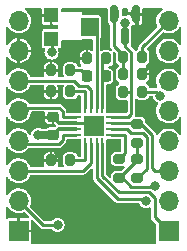
<source format=gbr>
%TF.GenerationSoftware,KiCad,Pcbnew,(6.0.5)*%
%TF.CreationDate,2022-05-26T22:58:08+02:00*%
%TF.ProjectId,STP220_Polulu,53545032-3230-45f5-906f-6c756c752e6b,rev?*%
%TF.SameCoordinates,Original*%
%TF.FileFunction,Copper,L2,Bot*%
%TF.FilePolarity,Positive*%
%FSLAX46Y46*%
G04 Gerber Fmt 4.6, Leading zero omitted, Abs format (unit mm)*
G04 Created by KiCad (PCBNEW (6.0.5)) date 2022-05-26 22:58:08*
%MOMM*%
%LPD*%
G01*
G04 APERTURE LIST*
G04 Aperture macros list*
%AMRoundRect*
0 Rectangle with rounded corners*
0 $1 Rounding radius*
0 $2 $3 $4 $5 $6 $7 $8 $9 X,Y pos of 4 corners*
0 Add a 4 corners polygon primitive as box body*
4,1,4,$2,$3,$4,$5,$6,$7,$8,$9,$2,$3,0*
0 Add four circle primitives for the rounded corners*
1,1,$1+$1,$2,$3*
1,1,$1+$1,$4,$5*
1,1,$1+$1,$6,$7*
1,1,$1+$1,$8,$9*
0 Add four rect primitives between the rounded corners*
20,1,$1+$1,$2,$3,$4,$5,0*
20,1,$1+$1,$4,$5,$6,$7,0*
20,1,$1+$1,$6,$7,$8,$9,0*
20,1,$1+$1,$8,$9,$2,$3,0*%
G04 Aperture macros list end*
%TA.AperFunction,ComponentPad*%
%ADD10R,1.700000X1.700000*%
%TD*%
%TA.AperFunction,ComponentPad*%
%ADD11O,1.700000X1.700000*%
%TD*%
%TA.AperFunction,SMDPad,CuDef*%
%ADD12RoundRect,0.200000X0.200000X0.275000X-0.200000X0.275000X-0.200000X-0.275000X0.200000X-0.275000X0*%
%TD*%
%TA.AperFunction,SMDPad,CuDef*%
%ADD13RoundRect,0.200000X-0.200000X-0.275000X0.200000X-0.275000X0.200000X0.275000X-0.200000X0.275000X0*%
%TD*%
%TA.AperFunction,SMDPad,CuDef*%
%ADD14RoundRect,0.200000X0.275000X-0.200000X0.275000X0.200000X-0.275000X0.200000X-0.275000X-0.200000X0*%
%TD*%
%TA.AperFunction,SMDPad,CuDef*%
%ADD15RoundRect,0.062500X0.062500X-0.325000X0.062500X0.325000X-0.062500X0.325000X-0.062500X-0.325000X0*%
%TD*%
%TA.AperFunction,SMDPad,CuDef*%
%ADD16RoundRect,0.062500X0.325000X-0.062500X0.325000X0.062500X-0.325000X0.062500X-0.325000X-0.062500X0*%
%TD*%
%TA.AperFunction,SMDPad,CuDef*%
%ADD17R,1.800000X1.800000*%
%TD*%
%TA.AperFunction,SMDPad,CuDef*%
%ADD18RoundRect,0.150000X-0.150000X0.587500X-0.150000X-0.587500X0.150000X-0.587500X0.150000X0.587500X0*%
%TD*%
%TA.AperFunction,SMDPad,CuDef*%
%ADD19R,1.200000X1.200000*%
%TD*%
%TA.AperFunction,SMDPad,CuDef*%
%ADD20R,1.500000X1.600000*%
%TD*%
%TA.AperFunction,SMDPad,CuDef*%
%ADD21R,0.450000X0.700000*%
%TD*%
%TA.AperFunction,SMDPad,CuDef*%
%ADD22RoundRect,0.225000X0.225000X0.250000X-0.225000X0.250000X-0.225000X-0.250000X0.225000X-0.250000X0*%
%TD*%
%TA.AperFunction,SMDPad,CuDef*%
%ADD23RoundRect,0.200000X-0.275000X0.200000X-0.275000X-0.200000X0.275000X-0.200000X0.275000X0.200000X0*%
%TD*%
%TA.AperFunction,SMDPad,CuDef*%
%ADD24RoundRect,0.225000X-0.250000X0.225000X-0.250000X-0.225000X0.250000X-0.225000X0.250000X0.225000X0*%
%TD*%
%TA.AperFunction,ViaPad*%
%ADD25C,0.400000*%
%TD*%
%TA.AperFunction,ViaPad*%
%ADD26C,0.800000*%
%TD*%
%TA.AperFunction,Conductor*%
%ADD27C,0.250000*%
%TD*%
%TA.AperFunction,Conductor*%
%ADD28C,0.350000*%
%TD*%
%TA.AperFunction,Conductor*%
%ADD29C,0.700000*%
%TD*%
G04 APERTURE END LIST*
D10*
%TO.P,J2,1,Pin_1*%
%TO.N,GND*%
X135890000Y-95235000D03*
D11*
%TO.P,J2,2,Pin_2*%
%TO.N,+5V*%
X135890000Y-92695000D03*
%TO.P,J2,3,Pin_3*%
%TO.N,Net-(U1-Pad3)*%
X135890000Y-90155000D03*
%TO.P,J2,4,Pin_4*%
%TO.N,Net-(U1-Pad5)*%
X135890000Y-87615000D03*
%TO.P,J2,5,Pin_5*%
%TO.N,Net-(U1-Pad8)*%
X135890000Y-85075000D03*
%TO.P,J2,6,Pin_6*%
%TO.N,Net-(U1-Pad10)*%
X135890000Y-82535000D03*
%TO.P,J2,7,Pin_7*%
%TO.N,GND*%
X135890000Y-79995000D03*
%TO.P,J2,8,Pin_8*%
%TO.N,unconnected-(J2-Pad8)*%
X135890000Y-77455000D03*
%TD*%
D10*
%TO.P,J1,1,Pin_1*%
%TO.N,Net-(J1-Pad1)*%
X148590000Y-95250000D03*
D11*
%TO.P,J1,2,Pin_2*%
%TO.N,Net-(J1-Pad2)*%
X148590000Y-92710000D03*
%TO.P,J1,3,Pin_3*%
%TO.N,Net-(U1-Pad14)*%
X148590000Y-90170000D03*
%TO.P,J1,4,Pin_4*%
%TO.N,unconnected-(J1-Pad4)*%
X148590000Y-87630000D03*
%TO.P,J1,5,Pin_5*%
%TO.N,unconnected-(J1-Pad5)*%
X148590000Y-85090000D03*
%TO.P,J1,6,Pin_6*%
%TO.N,unconnected-(J1-Pad6)*%
X148590000Y-82550000D03*
%TO.P,J1,7,Pin_7*%
%TO.N,unconnected-(J1-Pad7)*%
X148590000Y-80010000D03*
%TO.P,J1,8,Pin_8*%
%TO.N,Net-(J1-Pad8)*%
X148590000Y-77470000D03*
%TD*%
D12*
%TO.P,R7,1*%
%TO.N,Net-(R7-Pad1)*%
X140271000Y-89281000D03*
%TO.P,R7,2*%
%TO.N,GND*%
X138621000Y-89281000D03*
%TD*%
%TO.P,R4,1*%
%TO.N,Net-(C1-Pad2)*%
X140271000Y-81661000D03*
%TO.P,R4,2*%
%TO.N,GND*%
X138621000Y-81661000D03*
%TD*%
%TO.P,R6,1*%
%TO.N,Net-(R6-Pad1)*%
X140271000Y-83439000D03*
%TO.P,R6,2*%
%TO.N,GND*%
X138621000Y-83439000D03*
%TD*%
D13*
%TO.P,R10,1*%
%TO.N,Net-(J3-Pad1)*%
X144717000Y-83464400D03*
%TO.P,R10,2*%
%TO.N,+5V*%
X146367000Y-83464400D03*
%TD*%
D14*
%TO.P,R3,1*%
%TO.N,Net-(R3-Pad1)*%
X145923000Y-90804000D03*
%TO.P,R3,2*%
%TO.N,+5V*%
X145923000Y-89154000D03*
%TD*%
D13*
%TO.P,R1,1*%
%TO.N,Net-(Q1-Pad1)*%
X144717000Y-80518000D03*
%TO.P,R1,2*%
%TO.N,Net-(J1-Pad8)*%
X146367000Y-80518000D03*
%TD*%
D15*
%TO.P,U1,1,DIR*%
%TO.N,Net-(J1-Pad1)*%
X142990000Y-87847500D03*
%TO.P,U1,2,STCK*%
%TO.N,Net-(J1-Pad2)*%
X142490000Y-87847500D03*
%TO.P,U1,3,OUTA1*%
%TO.N,Net-(U1-Pad3)*%
X141990000Y-87847500D03*
%TO.P,U1,4,SENSEA*%
%TO.N,Net-(R7-Pad1)*%
X141490000Y-87847500D03*
D16*
%TO.P,U1,5,OUTA2*%
%TO.N,Net-(U1-Pad5)*%
X140752500Y-87110000D03*
%TO.P,U1,6,VS*%
%TO.N,+5V*%
X140752500Y-86610000D03*
%TO.P,U1,7,GND*%
%TO.N,GND*%
X140752500Y-86110000D03*
%TO.P,U1,8,OUTB2*%
%TO.N,Net-(U1-Pad8)*%
X140752500Y-85610000D03*
D15*
%TO.P,U1,9,SENSEB*%
%TO.N,Net-(R6-Pad1)*%
X141490000Y-84872500D03*
%TO.P,U1,10,OUTB1*%
%TO.N,Net-(U1-Pad10)*%
X141990000Y-84872500D03*
%TO.P,U1,11,REF*%
%TO.N,Net-(RV1-Pad2)*%
X142490000Y-84872500D03*
%TO.P,U1,12,TOFF*%
%TO.N,Net-(C1-Pad1)*%
X142990000Y-84872500D03*
D16*
%TO.P,U1,13,EN/FLT*%
%TO.N,Net-(J3-Pad1)*%
X143727500Y-85610000D03*
%TO.P,U1,14,STBY/RESET*%
%TO.N,Net-(U1-Pad14)*%
X143727500Y-86110000D03*
%TO.P,U1,15,MODE2*%
%TO.N,Net-(R3-Pad1)*%
X143727500Y-86610000D03*
%TO.P,U1,16,MODE1*%
%TO.N,Net-(R2-Pad1)*%
X143727500Y-87110000D03*
D17*
%TO.P,U1,17,EPAD*%
%TO.N,GND*%
X142240000Y-86360000D03*
%TD*%
D12*
%TO.P,R8,1*%
%TO.N,GND*%
X146367000Y-81991200D03*
%TO.P,R8,2*%
%TO.N,Net-(Q1-Pad1)*%
X144717000Y-81991200D03*
%TD*%
D18*
%TO.P,Q1,1,B*%
%TO.N,Net-(Q1-Pad1)*%
X143957000Y-76913500D03*
%TO.P,Q1,2,E*%
%TO.N,GND*%
X145857000Y-76913500D03*
%TO.P,Q1,3,C*%
%TO.N,Net-(J3-Pad1)*%
X144907000Y-78788500D03*
%TD*%
D19*
%TO.P,RV1,1,1*%
%TO.N,+5V*%
X138662000Y-78978000D03*
D20*
%TO.P,RV1,2,2*%
%TO.N,Net-(RV1-Pad2)*%
X141912000Y-77978000D03*
D19*
%TO.P,RV1,3,3*%
%TO.N,GND*%
X138662000Y-76978000D03*
%TD*%
D21*
%TO.P,Q2,1,B*%
%TO.N,Net-(Q1-Pad1)*%
X144257000Y-76851000D03*
%TO.P,Q2,2,E*%
%TO.N,GND*%
X145557000Y-76851000D03*
%TO.P,Q2,3,C*%
%TO.N,Net-(J3-Pad1)*%
X144907000Y-78851000D03*
%TD*%
D22*
%TO.P,C1,1*%
%TO.N,Net-(C1-Pad1)*%
X143269000Y-82169000D03*
%TO.P,C1,2*%
%TO.N,Net-(C1-Pad2)*%
X141719000Y-82169000D03*
%TD*%
D13*
%TO.P,R5,1*%
%TO.N,GND*%
X141669000Y-80645000D03*
%TO.P,R5,2*%
%TO.N,Net-(C1-Pad1)*%
X143319000Y-80645000D03*
%TD*%
D23*
%TO.P,R2,1*%
%TO.N,Net-(R2-Pad1)*%
X144399000Y-89154000D03*
%TO.P,R2,2*%
%TO.N,+5V*%
X144399000Y-90804000D03*
%TD*%
D24*
%TO.P,C2,1*%
%TO.N,GND*%
X138811000Y-85585000D03*
%TO.P,C2,2*%
%TO.N,+5V*%
X138811000Y-87135000D03*
%TD*%
D23*
%TO.P,R9,1*%
%TO.N,Net-(U1-Pad14)*%
X145923000Y-86170000D03*
%TO.P,R9,2*%
%TO.N,+5V*%
X145923000Y-87820000D03*
%TD*%
D25*
%TO.N,GND*%
X135128000Y-93853000D03*
X137287000Y-95885000D03*
X139319000Y-95885000D03*
X140589000Y-94742000D03*
X145796000Y-94742000D03*
X146939000Y-95758000D03*
X143002000Y-79629000D03*
X144018000Y-81280000D03*
X146304000Y-84455000D03*
X146304000Y-85344000D03*
X143637000Y-89916000D03*
D26*
X139065000Y-91059000D03*
X140335000Y-91059000D03*
X141605000Y-91059000D03*
X140589000Y-88011000D03*
X140589000Y-84709000D03*
X143891000Y-84709000D03*
X143891000Y-88011000D03*
D25*
X146939000Y-81280000D03*
D26*
X139334150Y-88632588D03*
D25*
X141605000Y-86360000D03*
D26*
X137541000Y-81661000D03*
D25*
X142875000Y-86995000D03*
D26*
X137541000Y-85598000D03*
X137541000Y-83439000D03*
D25*
X142875000Y-86360000D03*
X142240000Y-86360000D03*
D26*
X140462000Y-80391000D03*
D25*
X142240000Y-85725000D03*
D26*
X145923000Y-78232000D03*
D25*
X141605000Y-86995000D03*
X141605000Y-85725000D03*
X142240000Y-86995000D03*
D26*
X137414000Y-76962000D03*
D25*
X142875000Y-85725000D03*
D26*
%TO.N,+5V*%
X147447000Y-91440000D03*
X139192000Y-94742000D03*
X138684000Y-80137000D03*
X147886060Y-83817093D03*
X137541000Y-87122000D03*
%TO.N,Net-(J1-Pad2)*%
X146679388Y-92721601D03*
%TO.N,Net-(J3-Pad1)*%
X144907000Y-77623820D03*
%TD*%
D27*
%TO.N,+5V*%
X137937000Y-94742000D02*
X135890000Y-92695000D01*
X139192000Y-94742000D02*
X137937000Y-94742000D01*
%TO.N,Net-(C1-Pad1)*%
X142990000Y-84872500D02*
X142990000Y-80974000D01*
X142990000Y-80974000D02*
X143319000Y-80645000D01*
%TO.N,Net-(C1-Pad2)*%
X141719000Y-82169000D02*
X141211000Y-81661000D01*
X141211000Y-81661000D02*
X140271000Y-81661000D01*
%TO.N,GND*%
X146367000Y-81852000D02*
X146939000Y-81280000D01*
X137430000Y-76978000D02*
X137414000Y-76962000D01*
X138621000Y-83439000D02*
X137541000Y-83439000D01*
X141990000Y-86110000D02*
X142240000Y-86360000D01*
X137554000Y-85585000D02*
X138811000Y-85585000D01*
X140752500Y-86110000D02*
X141990000Y-86110000D01*
X138662000Y-76978000D02*
X137430000Y-76978000D01*
X137541000Y-85598000D02*
X137554000Y-85585000D01*
X141669000Y-80645000D02*
X140716000Y-80645000D01*
X138621000Y-81661000D02*
X137541000Y-81661000D01*
X145857000Y-76913500D02*
X145857000Y-77150000D01*
X138685738Y-89281000D02*
X139334150Y-88632588D01*
X145923000Y-78232000D02*
X145923000Y-76979500D01*
D28*
X140752500Y-86110000D02*
X139336000Y-86110000D01*
D27*
X138621000Y-89281000D02*
X138685738Y-89281000D01*
X145923000Y-76979500D02*
X145857000Y-76913500D01*
D28*
X139336000Y-86110000D02*
X138811000Y-85585000D01*
D27*
X140716000Y-80645000D02*
X140462000Y-80391000D01*
X146367000Y-81991200D02*
X146367000Y-81852000D01*
%TO.N,+5V*%
X144706217Y-90804000D02*
X144399000Y-90804000D01*
X147533367Y-83464400D02*
X146367000Y-83464400D01*
X138684000Y-79000000D02*
X138662000Y-78978000D01*
X147358480Y-91528520D02*
X145430737Y-91528520D01*
X145923000Y-87820000D02*
X145923000Y-89154000D01*
D28*
X140752500Y-86610000D02*
X139336000Y-86610000D01*
D27*
X137541000Y-87122000D02*
X137554000Y-87135000D01*
X145923000Y-89280000D02*
X144399000Y-90804000D01*
D29*
X137554000Y-87135000D02*
X138811000Y-87135000D01*
D27*
X145430737Y-91528520D02*
X144706217Y-90804000D01*
X138684000Y-80137000D02*
X138684000Y-79000000D01*
D28*
X139336000Y-86610000D02*
X138811000Y-87135000D01*
D27*
X145923000Y-89154000D02*
X145923000Y-89280000D01*
X147447000Y-91440000D02*
X147358480Y-91528520D01*
X147886060Y-83817093D02*
X147533367Y-83464400D01*
%TO.N,Net-(J1-Pad8)*%
X146367000Y-79693000D02*
X148590000Y-77470000D01*
X146367000Y-80645000D02*
X146367000Y-79693000D01*
%TO.N,Net-(R2-Pad1)*%
X143727500Y-87110000D02*
X144894282Y-87110000D01*
X144894282Y-87110000D02*
X144906641Y-87122359D01*
X144906641Y-87122359D02*
X144906641Y-88646359D01*
X144906641Y-88646359D02*
X144399000Y-89154000D01*
%TO.N,Net-(R3-Pad1)*%
X146722520Y-87286520D02*
X146722520Y-90004480D01*
X145415000Y-86995000D02*
X146431000Y-86995000D01*
X146431000Y-86995000D02*
X146722520Y-87286520D01*
X146722520Y-90004480D02*
X145923000Y-90804000D01*
X145030000Y-86610000D02*
X145415000Y-86995000D01*
X143727500Y-86610000D02*
X145030000Y-86610000D01*
%TO.N,Net-(R6-Pad1)*%
X141490000Y-83451000D02*
X141478000Y-83439000D01*
X141490000Y-84872500D02*
X141490000Y-83451000D01*
X141478000Y-83439000D02*
X140017000Y-83439000D01*
%TO.N,Net-(R7-Pad1)*%
X141478000Y-89281000D02*
X140017000Y-89281000D01*
X141490000Y-87847500D02*
X141490000Y-89269000D01*
X141490000Y-89269000D02*
X141478000Y-89281000D01*
%TO.N,Net-(U1-Pad14)*%
X147193000Y-89916000D02*
X147447000Y-90170000D01*
X147193000Y-87121282D02*
X147193000Y-89916000D01*
X143727500Y-86110000D02*
X145863000Y-86110000D01*
X147447000Y-90170000D02*
X148590000Y-90170000D01*
X145923000Y-86170000D02*
X146241718Y-86170000D01*
X146241718Y-86170000D02*
X147193000Y-87121282D01*
X145863000Y-86110000D02*
X145923000Y-86170000D01*
%TO.N,Net-(RV1-Pad2)*%
X142490000Y-84872500D02*
X142493520Y-84868980D01*
X142493520Y-84868980D02*
X142493520Y-78559520D01*
X142493520Y-78559520D02*
X141912000Y-77978000D01*
%TO.N,Net-(J1-Pad1)*%
X147415489Y-94075489D02*
X148590000Y-95250000D01*
X147415489Y-92433103D02*
X147415489Y-94075489D01*
X142990000Y-90611783D02*
X144363706Y-91985489D01*
X142990000Y-87847500D02*
X142990000Y-90611783D01*
X144363706Y-91985489D02*
X146967875Y-91985489D01*
X146967875Y-91985489D02*
X147415489Y-92433103D01*
%TO.N,Net-(J1-Pad2)*%
X146540787Y-92583000D02*
X144325500Y-92583000D01*
X144325500Y-92583000D02*
X142490000Y-90747500D01*
X142490000Y-90747500D02*
X142490000Y-87847500D01*
X146679388Y-92721601D02*
X146540787Y-92583000D01*
%TO.N,Net-(J3-Pad1)*%
X145149000Y-85610000D02*
X145441520Y-85317480D01*
X145441520Y-83539480D02*
X145441520Y-80152737D01*
X145366440Y-83464400D02*
X145441520Y-83539480D01*
X144907000Y-78788500D02*
X144907000Y-77623820D01*
X144717000Y-83464400D02*
X145366440Y-83464400D01*
X144907000Y-79618217D02*
X144907000Y-78788500D01*
X145441520Y-85317480D02*
X145441520Y-83539480D01*
X143727500Y-85610000D02*
X145149000Y-85610000D01*
X145441520Y-80152737D02*
X144907000Y-79618217D01*
%TO.N,Net-(Q1-Pad1)*%
X143957000Y-76913500D02*
X143957000Y-79568000D01*
X144717000Y-80328000D02*
X144717000Y-80645000D01*
X143957000Y-79568000D02*
X144717000Y-80328000D01*
X144717000Y-82169000D02*
X144717000Y-80645000D01*
%TO.N,Net-(U1-Pad10)*%
X141990000Y-83315283D02*
X141664197Y-82989480D01*
X140995520Y-82989480D02*
X140995520Y-82946737D01*
X141990000Y-84872500D02*
X141990000Y-83315283D01*
X140583783Y-82535000D02*
X135890000Y-82535000D01*
X140995520Y-82946737D02*
X140583783Y-82535000D01*
X141664197Y-82989480D02*
X140995520Y-82989480D01*
%TO.N,Net-(U1-Pad8)*%
X139610520Y-85610000D02*
X139610520Y-85132382D01*
X136154520Y-84810480D02*
X135890000Y-85075000D01*
X139288618Y-84810480D02*
X136154520Y-84810480D01*
X139610520Y-85132382D02*
X139288618Y-84810480D01*
X140752500Y-85610000D02*
X139610520Y-85610000D01*
%TO.N,Net-(U1-Pad5)*%
X139288618Y-87909520D02*
X139610520Y-87587618D01*
X139610520Y-87587618D02*
X139610520Y-87110000D01*
X135890000Y-87615000D02*
X136184520Y-87909520D01*
X136184520Y-87909520D02*
X139288618Y-87909520D01*
X139610520Y-87110000D02*
X140752500Y-87110000D01*
%TO.N,Net-(U1-Pad3)*%
X141990000Y-87847500D02*
X141990000Y-89531000D01*
X141990000Y-89531000D02*
X141366000Y-90155000D01*
X141366000Y-90155000D02*
X135890000Y-90155000D01*
%TD*%
%TA.AperFunction,Conductor*%
%TO.N,GND*%
G36*
X142126548Y-89958788D02*
G01*
X142161467Y-90008657D01*
X142164500Y-90031692D01*
X142164500Y-90729404D01*
X142164161Y-90737160D01*
X142160736Y-90776307D01*
X142163456Y-90786455D01*
X142170909Y-90814269D01*
X142172590Y-90821852D01*
X142179412Y-90860545D01*
X142183307Y-90867291D01*
X142185602Y-90873597D01*
X142188431Y-90879662D01*
X142190446Y-90887184D01*
X142212992Y-90919383D01*
X142217153Y-90925915D01*
X142236806Y-90959955D01*
X142242771Y-90964960D01*
X142266907Y-90985213D01*
X142272632Y-90990458D01*
X144082544Y-92800370D01*
X144087789Y-92806095D01*
X144113045Y-92836194D01*
X144119788Y-92840087D01*
X144147081Y-92855844D01*
X144153617Y-92860008D01*
X144185816Y-92882554D01*
X144193338Y-92884569D01*
X144199403Y-92887398D01*
X144205709Y-92889693D01*
X144212455Y-92893588D01*
X144220125Y-92894940D01*
X144220127Y-92894941D01*
X144251147Y-92900410D01*
X144258721Y-92902089D01*
X144296693Y-92912264D01*
X144335840Y-92908839D01*
X144343596Y-92908500D01*
X146047359Y-92908500D01*
X146104567Y-92929322D01*
X146129584Y-92963441D01*
X146154852Y-93024442D01*
X146251106Y-93149883D01*
X146376547Y-93246137D01*
X146381939Y-93248370D01*
X146381940Y-93248371D01*
X146391846Y-93252474D01*
X146522626Y-93306645D01*
X146679388Y-93327283D01*
X146836150Y-93306645D01*
X146966930Y-93252474D01*
X147027752Y-93249818D01*
X147076051Y-93286879D01*
X147089989Y-93334699D01*
X147089989Y-94057393D01*
X147089650Y-94065149D01*
X147086225Y-94104296D01*
X147088240Y-94111815D01*
X147096398Y-94142258D01*
X147098079Y-94149841D01*
X147104901Y-94188534D01*
X147108796Y-94195280D01*
X147111091Y-94201586D01*
X147113920Y-94207651D01*
X147115935Y-94215173D01*
X147138481Y-94247372D01*
X147142642Y-94253904D01*
X147162295Y-94287944D01*
X147188777Y-94310166D01*
X147192400Y-94313206D01*
X147198123Y-94318450D01*
X147513432Y-94633758D01*
X147539161Y-94688934D01*
X147539500Y-94696691D01*
X147539500Y-96119748D01*
X147551133Y-96178231D01*
X147556006Y-96185523D01*
X147559358Y-96193616D01*
X147556395Y-96194843D01*
X147567489Y-96240195D01*
X147540559Y-96294794D01*
X147479019Y-96319500D01*
X136990358Y-96319500D01*
X136933150Y-96298678D01*
X136902710Y-96245955D01*
X136916357Y-96181055D01*
X136923527Y-96170324D01*
X136930105Y-96154442D01*
X136939148Y-96108981D01*
X136940000Y-96100331D01*
X136940000Y-95350694D01*
X136935624Y-95338671D01*
X136929266Y-95335000D01*
X135879000Y-95335000D01*
X135821792Y-95314178D01*
X135791352Y-95261455D01*
X135790000Y-95246000D01*
X135790000Y-94200694D01*
X135785624Y-94188671D01*
X135779266Y-94185000D01*
X135024669Y-94185000D01*
X135016019Y-94185852D01*
X134970558Y-94194895D01*
X134946576Y-94204828D01*
X134945379Y-94201939D01*
X134899820Y-94213092D01*
X134845216Y-94186171D01*
X134820500Y-94124620D01*
X134820500Y-93280154D01*
X134841322Y-93222946D01*
X134894045Y-93192506D01*
X134954000Y-93203078D01*
X134988658Y-93239472D01*
X135002712Y-93266818D01*
X135130677Y-93428270D01*
X135287564Y-93561791D01*
X135291356Y-93563910D01*
X135291357Y-93563911D01*
X135463602Y-93660176D01*
X135463606Y-93660178D01*
X135467398Y-93662297D01*
X135471529Y-93663639D01*
X135471533Y-93663641D01*
X135659189Y-93724614D01*
X135659191Y-93724614D01*
X135663329Y-93725959D01*
X135867894Y-93750351D01*
X135872223Y-93750018D01*
X135872227Y-93750018D01*
X136068964Y-93734880D01*
X136068968Y-93734879D01*
X136073300Y-93734546D01*
X136077488Y-93733377D01*
X136077492Y-93733376D01*
X136195146Y-93700526D01*
X136271725Y-93679145D01*
X136275608Y-93677184D01*
X136275612Y-93677182D01*
X136308626Y-93660505D01*
X136369077Y-93653296D01*
X136411685Y-93677011D01*
X136767743Y-94033069D01*
X136793470Y-94088243D01*
X136777714Y-94147048D01*
X136727844Y-94181967D01*
X136704809Y-94185000D01*
X136005694Y-94185000D01*
X135993671Y-94189376D01*
X135990000Y-94195734D01*
X135990000Y-95119306D01*
X135994376Y-95131329D01*
X136000734Y-95135000D01*
X136924306Y-95135000D01*
X136936329Y-95130624D01*
X136940000Y-95124266D01*
X136940000Y-94420192D01*
X136960822Y-94362984D01*
X137013545Y-94332544D01*
X137073500Y-94343116D01*
X137091931Y-94357257D01*
X137694055Y-94959382D01*
X137699289Y-94965095D01*
X137724545Y-94995194D01*
X137758583Y-95014846D01*
X137765122Y-95019012D01*
X137797316Y-95041554D01*
X137804836Y-95043569D01*
X137810907Y-95046400D01*
X137817210Y-95048694D01*
X137823955Y-95052588D01*
X137862657Y-95059413D01*
X137870227Y-95061091D01*
X137883059Y-95064529D01*
X137900671Y-95069248D01*
X137900673Y-95069248D01*
X137908193Y-95071263D01*
X137947331Y-95067839D01*
X137955088Y-95067500D01*
X138640960Y-95067500D01*
X138698168Y-95088322D01*
X138711568Y-95102320D01*
X138760162Y-95165649D01*
X138760166Y-95165653D01*
X138763718Y-95170282D01*
X138889159Y-95266536D01*
X139035238Y-95327044D01*
X139192000Y-95347682D01*
X139348762Y-95327044D01*
X139494841Y-95266536D01*
X139620282Y-95170282D01*
X139716536Y-95044841D01*
X139728963Y-95014841D01*
X139774811Y-94904153D01*
X139777044Y-94898762D01*
X139797682Y-94742000D01*
X139777044Y-94585238D01*
X139716536Y-94439159D01*
X139620282Y-94313718D01*
X139494841Y-94217464D01*
X139457361Y-94201939D01*
X139354153Y-94159189D01*
X139348762Y-94156956D01*
X139192000Y-94136318D01*
X139035238Y-94156956D01*
X139029847Y-94159189D01*
X138926640Y-94201939D01*
X138889159Y-94217464D01*
X138763718Y-94313718D01*
X138760166Y-94318347D01*
X138760162Y-94318351D01*
X138711568Y-94381680D01*
X138660223Y-94414390D01*
X138640960Y-94416500D01*
X138108692Y-94416500D01*
X138051484Y-94395678D01*
X138045760Y-94390433D01*
X136874256Y-93218930D01*
X136848527Y-93163754D01*
X136855079Y-93124596D01*
X136854323Y-93124344D01*
X136917975Y-92932998D01*
X136919351Y-92928863D01*
X136945171Y-92724474D01*
X136945583Y-92695000D01*
X136925480Y-92489970D01*
X136865935Y-92292749D01*
X136858711Y-92279162D01*
X136771261Y-92114691D01*
X136771260Y-92114690D01*
X136769218Y-92110849D01*
X136639011Y-91951200D01*
X136480275Y-91819882D01*
X136299055Y-91721897D01*
X136102254Y-91660977D01*
X135999811Y-91650210D01*
X135901703Y-91639898D01*
X135901698Y-91639898D01*
X135897369Y-91639443D01*
X135727542Y-91654898D01*
X135704928Y-91656956D01*
X135692203Y-91658114D01*
X135678099Y-91662265D01*
X135498750Y-91715050D01*
X135498747Y-91715051D01*
X135494572Y-91716280D01*
X135490717Y-91718295D01*
X135490713Y-91718297D01*
X135404599Y-91763317D01*
X135312002Y-91811726D01*
X135151447Y-91940815D01*
X135019024Y-92098630D01*
X135016925Y-92102448D01*
X134987491Y-92155988D01*
X134941684Y-92196089D01*
X134880818Y-92197364D01*
X134833372Y-92159216D01*
X134820500Y-92113112D01*
X134820500Y-90740154D01*
X134841322Y-90682946D01*
X134894045Y-90652506D01*
X134954000Y-90663078D01*
X134988658Y-90699472D01*
X135002712Y-90726818D01*
X135010910Y-90737161D01*
X135118683Y-90873137D01*
X135130677Y-90888270D01*
X135170961Y-90922554D01*
X135271555Y-91008166D01*
X135287564Y-91021791D01*
X135291356Y-91023910D01*
X135291357Y-91023911D01*
X135463602Y-91120176D01*
X135463606Y-91120178D01*
X135467398Y-91122297D01*
X135471529Y-91123639D01*
X135471533Y-91123641D01*
X135659189Y-91184614D01*
X135659191Y-91184614D01*
X135663329Y-91185959D01*
X135867894Y-91210351D01*
X135872223Y-91210018D01*
X135872227Y-91210018D01*
X136068964Y-91194880D01*
X136068968Y-91194879D01*
X136073300Y-91194546D01*
X136077488Y-91193377D01*
X136077492Y-91193376D01*
X136195146Y-91160526D01*
X136271725Y-91139145D01*
X136275608Y-91137184D01*
X136275612Y-91137182D01*
X136364652Y-91092204D01*
X136455610Y-91046258D01*
X136493895Y-91016347D01*
X136614519Y-90922106D01*
X136614523Y-90922102D01*
X136617951Y-90919424D01*
X136736774Y-90781765D01*
X136749722Y-90766765D01*
X136749724Y-90766762D01*
X136752564Y-90763472D01*
X136754710Y-90759694D01*
X136754713Y-90759690D01*
X136852175Y-90588125D01*
X136854323Y-90584344D01*
X136858270Y-90572481D01*
X136868606Y-90541408D01*
X136906421Y-90493697D01*
X136953056Y-90480500D01*
X141347904Y-90480500D01*
X141355660Y-90480839D01*
X141394807Y-90484264D01*
X141432779Y-90474089D01*
X141440353Y-90472410D01*
X141471373Y-90466941D01*
X141471375Y-90466940D01*
X141479045Y-90465588D01*
X141485791Y-90461693D01*
X141492097Y-90459398D01*
X141498162Y-90456569D01*
X141505684Y-90454554D01*
X141537883Y-90432008D01*
X141544419Y-90427844D01*
X141552474Y-90423194D01*
X141578455Y-90408194D01*
X141603717Y-90378088D01*
X141608963Y-90372363D01*
X142012568Y-89968759D01*
X142067743Y-89943031D01*
X142126548Y-89958788D01*
G37*
%TD.AperFunction*%
%TA.AperFunction,Conductor*%
G36*
X144549349Y-87456322D02*
G01*
X144579789Y-87509045D01*
X144581141Y-87524500D01*
X144581141Y-88464500D01*
X144560319Y-88521708D01*
X144507596Y-88552148D01*
X144492141Y-88553500D01*
X144123355Y-88553501D01*
X144092482Y-88553501D01*
X143998696Y-88568354D01*
X143992455Y-88571534D01*
X143891896Y-88622771D01*
X143891893Y-88622773D01*
X143885658Y-88625950D01*
X143795950Y-88715658D01*
X143792773Y-88721893D01*
X143792771Y-88721896D01*
X143767244Y-88771996D01*
X143738354Y-88828696D01*
X143737258Y-88835617D01*
X143731107Y-88874455D01*
X143723500Y-88922481D01*
X143723501Y-89385518D01*
X143738354Y-89479304D01*
X143741534Y-89485545D01*
X143792771Y-89586104D01*
X143792773Y-89586107D01*
X143795950Y-89592342D01*
X143885658Y-89682050D01*
X143891893Y-89685227D01*
X143891896Y-89685229D01*
X143943927Y-89711740D01*
X143998696Y-89739646D01*
X144034600Y-89745333D01*
X144089019Y-89753952D01*
X144089023Y-89753952D01*
X144092481Y-89754500D01*
X144095984Y-89754500D01*
X144399482Y-89754499D01*
X144705518Y-89754499D01*
X144770826Y-89744156D01*
X144830587Y-89755773D01*
X144868899Y-89803085D01*
X144867836Y-89863956D01*
X144847682Y-89894991D01*
X144565239Y-90177434D01*
X144510065Y-90203161D01*
X144502308Y-90203500D01*
X144131133Y-90203501D01*
X144092482Y-90203501D01*
X143998696Y-90218354D01*
X143992455Y-90221534D01*
X143891896Y-90272771D01*
X143891893Y-90272773D01*
X143885658Y-90275950D01*
X143795950Y-90365658D01*
X143792773Y-90371893D01*
X143792771Y-90371896D01*
X143784887Y-90387370D01*
X143738354Y-90478696D01*
X143735978Y-90493697D01*
X143725040Y-90562760D01*
X143723500Y-90572481D01*
X143723500Y-90670091D01*
X143702678Y-90727299D01*
X143649955Y-90757739D01*
X143590000Y-90747167D01*
X143571567Y-90733024D01*
X143341567Y-90503024D01*
X143315839Y-90447848D01*
X143315500Y-90440091D01*
X143315500Y-87819025D01*
X143315499Y-87819022D01*
X143315499Y-87524499D01*
X143336321Y-87467292D01*
X143389044Y-87436852D01*
X143404499Y-87435500D01*
X144492141Y-87435500D01*
X144549349Y-87456322D01*
G37*
%TD.AperFunction*%
%TA.AperFunction,Conductor*%
G36*
X141132708Y-87456321D02*
G01*
X141163148Y-87509044D01*
X141164500Y-87524499D01*
X141164500Y-88866500D01*
X141143678Y-88923708D01*
X141090955Y-88954148D01*
X141075500Y-88955500D01*
X140944461Y-88955500D01*
X140887253Y-88934678D01*
X140859816Y-88894000D01*
X140857742Y-88887616D01*
X140856646Y-88880696D01*
X140802380Y-88774193D01*
X140802229Y-88773896D01*
X140802227Y-88773893D01*
X140799050Y-88767658D01*
X140709342Y-88677950D01*
X140703107Y-88674773D01*
X140703104Y-88674771D01*
X140619437Y-88632141D01*
X140596304Y-88620354D01*
X140544708Y-88612182D01*
X140505981Y-88606048D01*
X140505977Y-88606048D01*
X140502519Y-88605500D01*
X140499016Y-88605500D01*
X140270636Y-88605501D01*
X140039482Y-88605501D01*
X139945696Y-88620354D01*
X139939455Y-88623534D01*
X139838896Y-88674771D01*
X139838893Y-88674773D01*
X139832658Y-88677950D01*
X139742950Y-88767658D01*
X139739773Y-88773893D01*
X139739771Y-88773896D01*
X139739620Y-88774193D01*
X139685354Y-88880696D01*
X139670500Y-88974481D01*
X139670501Y-89587518D01*
X139685354Y-89681304D01*
X139694928Y-89700093D01*
X139702348Y-89760519D01*
X139669192Y-89811577D01*
X139615629Y-89829500D01*
X139275811Y-89829500D01*
X139218603Y-89808678D01*
X139188163Y-89755955D01*
X139196511Y-89700095D01*
X139202985Y-89687389D01*
X139207261Y-89674227D01*
X139220453Y-89590932D01*
X139221000Y-89583989D01*
X139221000Y-89396694D01*
X139216624Y-89384671D01*
X139210266Y-89381000D01*
X138036695Y-89381000D01*
X138024672Y-89385376D01*
X138021001Y-89391734D01*
X138021001Y-89583988D01*
X138021548Y-89590932D01*
X138034739Y-89674228D01*
X138039014Y-89687388D01*
X138045489Y-89700095D01*
X138052908Y-89760521D01*
X138019751Y-89811579D01*
X137966189Y-89829500D01*
X136955204Y-89829500D01*
X136897996Y-89808678D01*
X136870004Y-89766224D01*
X136865935Y-89752749D01*
X136828344Y-89682050D01*
X136771261Y-89574691D01*
X136771260Y-89574690D01*
X136769218Y-89570849D01*
X136639011Y-89411200D01*
X136480275Y-89279882D01*
X136299055Y-89181897D01*
X136245458Y-89165306D01*
X138021000Y-89165306D01*
X138025376Y-89177329D01*
X138031734Y-89181000D01*
X138505306Y-89181000D01*
X138517329Y-89176624D01*
X138521000Y-89170266D01*
X138521000Y-89165306D01*
X138721000Y-89165306D01*
X138725376Y-89177329D01*
X138731734Y-89181000D01*
X139205305Y-89181000D01*
X139217328Y-89176624D01*
X139220999Y-89170266D01*
X139220999Y-88978012D01*
X139220452Y-88971068D01*
X139207261Y-88887772D01*
X139202986Y-88874612D01*
X139151820Y-88774193D01*
X139143691Y-88763005D01*
X139063995Y-88683309D01*
X139052807Y-88675180D01*
X138952389Y-88624015D01*
X138939227Y-88619739D01*
X138855932Y-88606547D01*
X138848989Y-88606000D01*
X138736694Y-88606000D01*
X138724671Y-88610376D01*
X138721000Y-88616734D01*
X138721000Y-89165306D01*
X138521000Y-89165306D01*
X138521000Y-88621695D01*
X138516624Y-88609672D01*
X138510266Y-88606001D01*
X138393012Y-88606001D01*
X138386068Y-88606548D01*
X138302772Y-88619739D01*
X138289612Y-88624014D01*
X138189193Y-88675180D01*
X138178005Y-88683309D01*
X138098309Y-88763005D01*
X138090180Y-88774193D01*
X138039015Y-88874611D01*
X138034739Y-88887773D01*
X138021547Y-88971068D01*
X138021000Y-88978011D01*
X138021000Y-89165306D01*
X136245458Y-89165306D01*
X136102254Y-89120977D01*
X135999811Y-89110210D01*
X135901703Y-89099898D01*
X135901698Y-89099898D01*
X135897369Y-89099443D01*
X135692203Y-89118114D01*
X135678099Y-89122265D01*
X135498750Y-89175050D01*
X135498747Y-89175051D01*
X135494572Y-89176280D01*
X135490717Y-89178295D01*
X135490713Y-89178297D01*
X135451170Y-89198970D01*
X135312002Y-89271726D01*
X135151447Y-89400815D01*
X135019024Y-89558630D01*
X135016925Y-89562448D01*
X134987491Y-89615988D01*
X134941684Y-89656089D01*
X134880818Y-89657364D01*
X134833372Y-89619216D01*
X134820500Y-89573112D01*
X134820500Y-88200154D01*
X134841322Y-88142946D01*
X134894045Y-88112506D01*
X134954000Y-88123078D01*
X134988658Y-88159472D01*
X135002712Y-88186818D01*
X135005418Y-88190232D01*
X135114763Y-88328191D01*
X135130677Y-88348270D01*
X135287564Y-88481791D01*
X135291356Y-88483910D01*
X135291357Y-88483911D01*
X135463602Y-88580176D01*
X135463606Y-88580178D01*
X135467398Y-88582297D01*
X135471529Y-88583639D01*
X135471533Y-88583641D01*
X135659189Y-88644614D01*
X135659191Y-88644614D01*
X135663329Y-88645959D01*
X135867894Y-88670351D01*
X135872223Y-88670018D01*
X135872227Y-88670018D01*
X136068964Y-88654880D01*
X136068968Y-88654879D01*
X136073300Y-88654546D01*
X136077488Y-88653377D01*
X136077492Y-88653376D01*
X136208728Y-88616734D01*
X136271725Y-88599145D01*
X136275608Y-88597184D01*
X136275612Y-88597182D01*
X136364763Y-88552148D01*
X136455610Y-88506258D01*
X136540627Y-88439836D01*
X136614519Y-88382106D01*
X136614523Y-88382102D01*
X136617951Y-88379424D01*
X136627738Y-88368086D01*
X136715971Y-88265866D01*
X136769114Y-88236165D01*
X136783344Y-88235020D01*
X139270522Y-88235020D01*
X139278278Y-88235359D01*
X139317425Y-88238784D01*
X139355397Y-88228609D01*
X139362971Y-88226930D01*
X139393991Y-88221461D01*
X139393993Y-88221460D01*
X139401663Y-88220108D01*
X139408409Y-88216213D01*
X139414715Y-88213918D01*
X139420780Y-88211089D01*
X139428302Y-88209074D01*
X139460501Y-88186528D01*
X139467037Y-88182364D01*
X139494330Y-88166607D01*
X139501073Y-88162714D01*
X139526335Y-88132608D01*
X139531581Y-88126883D01*
X139827891Y-87830574D01*
X139833615Y-87825329D01*
X139857749Y-87805078D01*
X139863714Y-87800073D01*
X139883366Y-87766035D01*
X139887532Y-87759496D01*
X139905609Y-87733679D01*
X139905609Y-87733678D01*
X139910074Y-87727302D01*
X139912089Y-87719782D01*
X139914920Y-87713711D01*
X139917214Y-87707408D01*
X139921108Y-87700663D01*
X139927933Y-87661961D01*
X139929612Y-87654385D01*
X139937768Y-87623947D01*
X139937768Y-87623945D01*
X139939783Y-87616425D01*
X139936359Y-87577287D01*
X139936020Y-87569530D01*
X139936020Y-87524500D01*
X139956842Y-87467292D01*
X140009565Y-87436852D01*
X140025020Y-87435500D01*
X140780975Y-87435500D01*
X140780977Y-87435499D01*
X141075500Y-87435499D01*
X141132708Y-87456321D01*
G37*
%TD.AperFunction*%
%TA.AperFunction,Conductor*%
G36*
X147255955Y-83810722D02*
G01*
X147286986Y-83867284D01*
X147300254Y-83968072D01*
X147300255Y-83968077D01*
X147301016Y-83973855D01*
X147303249Y-83979246D01*
X147359066Y-84113999D01*
X147361524Y-84119934D01*
X147365076Y-84124563D01*
X147436509Y-84217656D01*
X147457778Y-84245375D01*
X147583219Y-84341629D01*
X147588611Y-84343862D01*
X147588612Y-84343863D01*
X147670097Y-84377615D01*
X147714982Y-84418744D01*
X147722928Y-84479103D01*
X147714029Y-84502716D01*
X147619776Y-84674162D01*
X147618461Y-84678308D01*
X147618460Y-84678310D01*
X147558798Y-84866388D01*
X147558797Y-84866393D01*
X147557484Y-84870532D01*
X147556999Y-84874852D01*
X147556999Y-84874854D01*
X147536023Y-85061863D01*
X147534520Y-85075262D01*
X147534884Y-85079596D01*
X147549902Y-85258433D01*
X147551759Y-85280553D01*
X147608544Y-85478586D01*
X147702712Y-85661818D01*
X147710029Y-85671050D01*
X147816085Y-85804859D01*
X147830677Y-85823270D01*
X147987564Y-85956791D01*
X147991356Y-85958910D01*
X147991357Y-85958911D01*
X148163602Y-86055176D01*
X148163606Y-86055178D01*
X148167398Y-86057297D01*
X148171529Y-86058639D01*
X148171533Y-86058641D01*
X148359189Y-86119614D01*
X148359191Y-86119614D01*
X148363329Y-86120959D01*
X148567894Y-86145351D01*
X148572223Y-86145018D01*
X148572227Y-86145018D01*
X148768964Y-86129880D01*
X148768968Y-86129879D01*
X148773300Y-86129546D01*
X148777488Y-86128377D01*
X148777492Y-86128376D01*
X148905906Y-86092522D01*
X148971725Y-86074145D01*
X148975608Y-86072184D01*
X148975612Y-86072182D01*
X149075748Y-86021599D01*
X149155610Y-85981258D01*
X149226838Y-85925609D01*
X149314519Y-85857106D01*
X149314523Y-85857102D01*
X149317951Y-85854424D01*
X149409738Y-85748087D01*
X149449722Y-85701765D01*
X149449724Y-85701762D01*
X149452564Y-85698472D01*
X149454710Y-85694694D01*
X149454713Y-85694690D01*
X149493115Y-85627089D01*
X149539477Y-85587632D01*
X149600355Y-85587207D01*
X149647264Y-85626013D01*
X149659500Y-85671050D01*
X149659500Y-87046757D01*
X149638678Y-87103965D01*
X149585955Y-87134405D01*
X149526000Y-87123833D01*
X149491918Y-87088540D01*
X149471266Y-87049699D01*
X149471261Y-87049692D01*
X149469218Y-87045849D01*
X149339011Y-86886200D01*
X149180275Y-86754882D01*
X149157664Y-86742656D01*
X149002889Y-86658970D01*
X148999055Y-86656897D01*
X148802254Y-86595977D01*
X148699812Y-86585210D01*
X148601703Y-86574898D01*
X148601698Y-86574898D01*
X148597369Y-86574443D01*
X148392203Y-86593114D01*
X148341561Y-86608019D01*
X148198750Y-86650050D01*
X148198747Y-86650051D01*
X148194572Y-86651280D01*
X148190717Y-86653295D01*
X148190713Y-86653297D01*
X148044554Y-86729708D01*
X148012002Y-86746726D01*
X147851447Y-86875815D01*
X147762684Y-86981598D01*
X147724189Y-87027475D01*
X147719024Y-87033630D01*
X147716925Y-87037448D01*
X147682796Y-87099529D01*
X147636990Y-87139630D01*
X147576124Y-87140905D01*
X147528678Y-87102758D01*
X147518838Y-87079691D01*
X147518711Y-87079216D01*
X147512087Y-87054498D01*
X147510410Y-87046929D01*
X147504941Y-87015909D01*
X147504940Y-87015907D01*
X147503588Y-87008237D01*
X147499693Y-87001491D01*
X147497398Y-86995185D01*
X147494569Y-86989120D01*
X147492554Y-86981598D01*
X147470008Y-86949399D01*
X147465844Y-86942863D01*
X147450087Y-86915570D01*
X147446194Y-86908827D01*
X147416093Y-86883569D01*
X147410368Y-86878324D01*
X146624566Y-86092522D01*
X146598838Y-86037346D01*
X146598499Y-86029589D01*
X146598499Y-85938482D01*
X146583646Y-85844696D01*
X146563348Y-85804859D01*
X146529229Y-85737896D01*
X146529227Y-85737893D01*
X146526050Y-85731658D01*
X146436342Y-85641950D01*
X146430107Y-85638773D01*
X146430104Y-85638771D01*
X146378073Y-85612260D01*
X146323304Y-85584354D01*
X146287400Y-85578667D01*
X146232981Y-85570048D01*
X146232977Y-85570048D01*
X146229519Y-85569500D01*
X146218274Y-85569500D01*
X145826900Y-85569501D01*
X145769693Y-85548679D01*
X145739253Y-85495956D01*
X145744232Y-85457996D01*
X145741078Y-85457150D01*
X145741810Y-85454420D01*
X145745840Y-85444690D01*
X145745551Y-85444585D01*
X145748213Y-85437271D01*
X145752108Y-85430525D01*
X145758930Y-85391832D01*
X145760611Y-85384249D01*
X145768769Y-85353806D01*
X145770784Y-85346287D01*
X145767359Y-85307137D01*
X145767020Y-85299381D01*
X145767020Y-84120678D01*
X145787842Y-84063470D01*
X145840565Y-84033030D01*
X145900520Y-84043602D01*
X145918953Y-84057745D01*
X145928658Y-84067450D01*
X145934893Y-84070627D01*
X145934896Y-84070629D01*
X145982826Y-84095050D01*
X146041696Y-84125046D01*
X146077600Y-84130733D01*
X146132019Y-84139352D01*
X146132023Y-84139352D01*
X146135481Y-84139900D01*
X146138984Y-84139900D01*
X146367364Y-84139899D01*
X146598518Y-84139899D01*
X146692304Y-84125046D01*
X146714077Y-84113952D01*
X146799104Y-84070629D01*
X146799107Y-84070627D01*
X146805342Y-84067450D01*
X146895050Y-83977742D01*
X146898227Y-83971507D01*
X146898229Y-83971504D01*
X146949466Y-83870945D01*
X146952646Y-83864704D01*
X146953742Y-83857783D01*
X146955816Y-83851400D01*
X146993296Y-83803425D01*
X147040461Y-83789900D01*
X147198747Y-83789900D01*
X147255955Y-83810722D01*
G37*
%TD.AperFunction*%
%TA.AperFunction,Conductor*%
G36*
X138119186Y-85156802D02*
G01*
X138149626Y-85209525D01*
X138149882Y-85238903D01*
X138136548Y-85323088D01*
X138136000Y-85330052D01*
X138136000Y-85469306D01*
X138140376Y-85481329D01*
X138146734Y-85485000D01*
X138822000Y-85485000D01*
X138879208Y-85505822D01*
X138909648Y-85558545D01*
X138911000Y-85574000D01*
X138911000Y-86219305D01*
X138915376Y-86231328D01*
X138921734Y-86234999D01*
X138965098Y-86234999D01*
X139022306Y-86255821D01*
X139052746Y-86308544D01*
X139042174Y-86368499D01*
X139028031Y-86386932D01*
X138956530Y-86458433D01*
X138901354Y-86484161D01*
X138893597Y-86484500D01*
X138527512Y-86484500D01*
X138524054Y-86485048D01*
X138524050Y-86485048D01*
X138465699Y-86494290D01*
X138427874Y-86500281D01*
X138386035Y-86521599D01*
X138314018Y-86558293D01*
X138314015Y-86558295D01*
X138307780Y-86561472D01*
X138302830Y-86566422D01*
X138301342Y-86567503D01*
X138249030Y-86584500D01*
X137830246Y-86584500D01*
X137796187Y-86577725D01*
X137703153Y-86539189D01*
X137697762Y-86536956D01*
X137541000Y-86516318D01*
X137384238Y-86536956D01*
X137378847Y-86539189D01*
X137248661Y-86593114D01*
X137238159Y-86597464D01*
X137112718Y-86693718D01*
X137109166Y-86698347D01*
X137081459Y-86734456D01*
X137016464Y-86819159D01*
X137014231Y-86824551D01*
X137014230Y-86824552D01*
X136958189Y-86959847D01*
X136955956Y-86965238D01*
X136951953Y-86995645D01*
X136948263Y-87023672D01*
X136920152Y-87077673D01*
X136863906Y-87100970D01*
X136805844Y-87082663D01*
X136781441Y-87053837D01*
X136771263Y-87034695D01*
X136769218Y-87030849D01*
X136639011Y-86871200D01*
X136480275Y-86739882D01*
X136403556Y-86698400D01*
X136302889Y-86643970D01*
X136299055Y-86641897D01*
X136102254Y-86580977D01*
X135999812Y-86570210D01*
X135901703Y-86559898D01*
X135901698Y-86559898D01*
X135897369Y-86559443D01*
X135692203Y-86578114D01*
X135678099Y-86582265D01*
X135498750Y-86635050D01*
X135498747Y-86635051D01*
X135494572Y-86636280D01*
X135490717Y-86638295D01*
X135490713Y-86638297D01*
X135375748Y-86698400D01*
X135312002Y-86731726D01*
X135151447Y-86860815D01*
X135019024Y-87018630D01*
X135016925Y-87022448D01*
X134987491Y-87075988D01*
X134941684Y-87116089D01*
X134880818Y-87117364D01*
X134833372Y-87079216D01*
X134820500Y-87033112D01*
X134820500Y-85660154D01*
X134841322Y-85602946D01*
X134894045Y-85572506D01*
X134954000Y-85583078D01*
X134988658Y-85619472D01*
X135002712Y-85646818D01*
X135005418Y-85650232D01*
X135104514Y-85775260D01*
X135130677Y-85808270D01*
X135195213Y-85863194D01*
X135262651Y-85920588D01*
X135287564Y-85941791D01*
X135291356Y-85943910D01*
X135291357Y-85943911D01*
X135463602Y-86040176D01*
X135463606Y-86040178D01*
X135467398Y-86042297D01*
X135471529Y-86043639D01*
X135471533Y-86043641D01*
X135659189Y-86104614D01*
X135659191Y-86104614D01*
X135663329Y-86105959D01*
X135867894Y-86130351D01*
X135872223Y-86130018D01*
X135872227Y-86130018D01*
X136068964Y-86114880D01*
X136068968Y-86114879D01*
X136073300Y-86114546D01*
X136077488Y-86113377D01*
X136077492Y-86113376D01*
X136195146Y-86080526D01*
X136271725Y-86059145D01*
X136275608Y-86057184D01*
X136275612Y-86057182D01*
X136379656Y-86004625D01*
X136455610Y-85966258D01*
X136471332Y-85953975D01*
X136614519Y-85842106D01*
X136614523Y-85842102D01*
X136617267Y-85839958D01*
X138136001Y-85839958D01*
X138136548Y-85846901D01*
X138150666Y-85936047D01*
X138154944Y-85949214D01*
X138209700Y-86056679D01*
X138217835Y-86067876D01*
X138303124Y-86153165D01*
X138314321Y-86161300D01*
X138421785Y-86216055D01*
X138434954Y-86220334D01*
X138524087Y-86234452D01*
X138531052Y-86235000D01*
X138695306Y-86235000D01*
X138707329Y-86230624D01*
X138711000Y-86224266D01*
X138711000Y-85700694D01*
X138706624Y-85688671D01*
X138700266Y-85685000D01*
X138151695Y-85685000D01*
X138139672Y-85689376D01*
X138136001Y-85695734D01*
X138136001Y-85839958D01*
X136617267Y-85839958D01*
X136617951Y-85839424D01*
X136736774Y-85701765D01*
X136749722Y-85686765D01*
X136749724Y-85686762D01*
X136752564Y-85683472D01*
X136754710Y-85679694D01*
X136754713Y-85679690D01*
X136852175Y-85508125D01*
X136854323Y-85504344D01*
X136857114Y-85495956D01*
X136886631Y-85407224D01*
X136919351Y-85308863D01*
X136931357Y-85213825D01*
X136959185Y-85159678D01*
X137019655Y-85135980D01*
X138061978Y-85135980D01*
X138119186Y-85156802D01*
G37*
%TD.AperFunction*%
%TA.AperFunction,Conductor*%
G36*
X139553126Y-85935500D02*
G01*
X140084930Y-85935500D01*
X140142138Y-85956322D01*
X140169327Y-86004625D01*
X140175420Y-86009968D01*
X140175590Y-86010000D01*
X140763500Y-86010000D01*
X140820708Y-86030822D01*
X140851148Y-86083545D01*
X140852500Y-86099000D01*
X140852500Y-86121000D01*
X140831678Y-86178208D01*
X140778955Y-86208648D01*
X140763500Y-86210000D01*
X140183010Y-86210000D01*
X140144531Y-86224005D01*
X140138415Y-86229136D01*
X140107984Y-86234500D01*
X139452407Y-86234500D01*
X139395199Y-86213678D01*
X139364759Y-86160955D01*
X139375331Y-86101000D01*
X139389474Y-86082567D01*
X139404165Y-86067876D01*
X139412296Y-86056683D01*
X139451305Y-85980124D01*
X139495830Y-85938604D01*
X139545961Y-85932892D01*
X139553126Y-85935500D01*
G37*
%TD.AperFunction*%
%TA.AperFunction,Conductor*%
G36*
X144022825Y-80094151D02*
G01*
X144090434Y-80161761D01*
X144116161Y-80216935D01*
X144116500Y-80224692D01*
X144116501Y-80529306D01*
X144116501Y-80824518D01*
X144131354Y-80918304D01*
X144137694Y-80930748D01*
X144185771Y-81025104D01*
X144185773Y-81025107D01*
X144188950Y-81031342D01*
X144278658Y-81121050D01*
X144284899Y-81124230D01*
X144342906Y-81153787D01*
X144384425Y-81198311D01*
X144391500Y-81233086D01*
X144391500Y-81276114D01*
X144370678Y-81333322D01*
X144342906Y-81355413D01*
X144284899Y-81384970D01*
X144278658Y-81388150D01*
X144188950Y-81477858D01*
X144185773Y-81484093D01*
X144185771Y-81484096D01*
X144172939Y-81509281D01*
X144131354Y-81590896D01*
X144130258Y-81597817D01*
X144117613Y-81677656D01*
X144116500Y-81684681D01*
X144116501Y-82297718D01*
X144131354Y-82391504D01*
X144134534Y-82397745D01*
X144185771Y-82498304D01*
X144185773Y-82498307D01*
X144188950Y-82504542D01*
X144278658Y-82594250D01*
X144284896Y-82597429D01*
X144284901Y-82597432D01*
X144385129Y-82648501D01*
X144426649Y-82693025D01*
X144429835Y-82753821D01*
X144393197Y-82802442D01*
X144385129Y-82807099D01*
X144284901Y-82858168D01*
X144284896Y-82858171D01*
X144278658Y-82861350D01*
X144188950Y-82951058D01*
X144185773Y-82957293D01*
X144185771Y-82957296D01*
X144174537Y-82979344D01*
X144131354Y-83064096D01*
X144130258Y-83071017D01*
X144118261Y-83146765D01*
X144116500Y-83157881D01*
X144116501Y-83770918D01*
X144131354Y-83864704D01*
X144134534Y-83870945D01*
X144185771Y-83971504D01*
X144185773Y-83971507D01*
X144188950Y-83977742D01*
X144278658Y-84067450D01*
X144284893Y-84070627D01*
X144284896Y-84070629D01*
X144332826Y-84095050D01*
X144391696Y-84125046D01*
X144427600Y-84130733D01*
X144482019Y-84139352D01*
X144482023Y-84139352D01*
X144485481Y-84139900D01*
X144488984Y-84139900D01*
X144717364Y-84139899D01*
X144948518Y-84139899D01*
X145013099Y-84129671D01*
X145072859Y-84141287D01*
X145111171Y-84188600D01*
X145116020Y-84217575D01*
X145116020Y-85145788D01*
X145095198Y-85202996D01*
X145089953Y-85208721D01*
X145040241Y-85258433D01*
X144985065Y-85284161D01*
X144977308Y-85284500D01*
X143699025Y-85284500D01*
X143699023Y-85284501D01*
X143404500Y-85284501D01*
X143347292Y-85263679D01*
X143316852Y-85210956D01*
X143315500Y-85195501D01*
X143315500Y-82933500D01*
X143336322Y-82876292D01*
X143389045Y-82845852D01*
X143404500Y-82844500D01*
X143527488Y-82844500D01*
X143530946Y-82843952D01*
X143530950Y-82843952D01*
X143589301Y-82834710D01*
X143627126Y-82828719D01*
X143685340Y-82799058D01*
X143740982Y-82770707D01*
X143740985Y-82770705D01*
X143747220Y-82767528D01*
X143842528Y-82672220D01*
X143845705Y-82665985D01*
X143845707Y-82665982D01*
X143889784Y-82579474D01*
X143903719Y-82552126D01*
X143919500Y-82452488D01*
X143919500Y-81885512D01*
X143903719Y-81785874D01*
X143853958Y-81688212D01*
X143845707Y-81672018D01*
X143845705Y-81672015D01*
X143842528Y-81665780D01*
X143747220Y-81570472D01*
X143740985Y-81567295D01*
X143740982Y-81567293D01*
X143642795Y-81517265D01*
X143627126Y-81509281D01*
X143573901Y-81500851D01*
X143546973Y-81496586D01*
X143493727Y-81467071D01*
X143471910Y-81410235D01*
X143491730Y-81352672D01*
X143543914Y-81321317D01*
X143549927Y-81320499D01*
X143550518Y-81320499D01*
X143644304Y-81305646D01*
X143702264Y-81276114D01*
X143751104Y-81251229D01*
X143751107Y-81251227D01*
X143757342Y-81248050D01*
X143847050Y-81158342D01*
X143850227Y-81152107D01*
X143850229Y-81152104D01*
X143876740Y-81100073D01*
X143904646Y-81045304D01*
X143910333Y-81009400D01*
X143918952Y-80954981D01*
X143918952Y-80954977D01*
X143919500Y-80951519D01*
X143919499Y-80338482D01*
X143904646Y-80244696D01*
X143880594Y-80197491D01*
X143873174Y-80137065D01*
X143906331Y-80086007D01*
X143964550Y-80068207D01*
X144022825Y-80094151D01*
G37*
%TD.AperFunction*%
%TA.AperFunction,Conductor*%
G36*
X138038683Y-82881322D02*
G01*
X138069123Y-82934045D01*
X138060774Y-82989905D01*
X138039017Y-83032606D01*
X138034739Y-83045773D01*
X138021547Y-83129068D01*
X138021000Y-83136007D01*
X138021000Y-83323306D01*
X138025376Y-83335329D01*
X138031734Y-83339000D01*
X139205305Y-83339000D01*
X139217328Y-83334624D01*
X139220999Y-83328266D01*
X139220999Y-83136007D01*
X139220452Y-83129068D01*
X139207261Y-83045772D01*
X139202984Y-83032607D01*
X139181226Y-82989905D01*
X139173806Y-82929480D01*
X139206963Y-82878422D01*
X139260525Y-82860500D01*
X139630914Y-82860500D01*
X139688122Y-82881322D01*
X139718562Y-82934045D01*
X139710214Y-82989905D01*
X139685354Y-83038696D01*
X139684258Y-83045617D01*
X139674565Y-83106818D01*
X139670500Y-83132481D01*
X139670501Y-83745518D01*
X139685354Y-83839304D01*
X139688534Y-83845545D01*
X139739771Y-83946104D01*
X139739773Y-83946107D01*
X139742950Y-83952342D01*
X139832658Y-84042050D01*
X139838893Y-84045227D01*
X139838896Y-84045229D01*
X139872793Y-84062500D01*
X139945696Y-84099646D01*
X139968552Y-84103266D01*
X140036019Y-84113952D01*
X140036023Y-84113952D01*
X140039481Y-84114500D01*
X140042984Y-84114500D01*
X140271364Y-84114499D01*
X140502518Y-84114499D01*
X140596304Y-84099646D01*
X140653253Y-84070629D01*
X140703104Y-84045229D01*
X140703107Y-84045227D01*
X140709342Y-84042050D01*
X140799050Y-83952342D01*
X140802227Y-83946107D01*
X140802229Y-83946104D01*
X140853466Y-83845545D01*
X140856646Y-83839304D01*
X140857742Y-83832383D01*
X140859816Y-83826000D01*
X140897296Y-83778025D01*
X140944461Y-83764500D01*
X141075500Y-83764500D01*
X141132708Y-83785322D01*
X141163148Y-83838045D01*
X141164500Y-83853500D01*
X141164500Y-84900969D01*
X141164501Y-84900981D01*
X141164501Y-85195500D01*
X141143679Y-85252708D01*
X141090956Y-85283148D01*
X141075501Y-85284500D01*
X140025020Y-85284500D01*
X139967812Y-85263678D01*
X139937372Y-85210955D01*
X139936020Y-85195500D01*
X139936020Y-85150470D01*
X139936359Y-85142714D01*
X139939104Y-85111331D01*
X139939783Y-85103575D01*
X139929611Y-85065609D01*
X139927932Y-85058036D01*
X139922460Y-85027005D01*
X139921108Y-85019337D01*
X139917214Y-85012592D01*
X139914920Y-85006289D01*
X139912089Y-85000218D01*
X139910074Y-84992698D01*
X139887532Y-84960504D01*
X139883361Y-84953957D01*
X139863714Y-84919927D01*
X139833613Y-84894669D01*
X139827889Y-84889424D01*
X139531579Y-84593115D01*
X139526333Y-84587390D01*
X139506078Y-84563251D01*
X139501073Y-84557286D01*
X139467033Y-84537633D01*
X139460501Y-84533472D01*
X139428302Y-84510926D01*
X139420780Y-84508911D01*
X139414715Y-84506082D01*
X139408409Y-84503787D01*
X139401663Y-84499892D01*
X139393993Y-84498540D01*
X139393991Y-84498539D01*
X139366147Y-84493630D01*
X139362970Y-84493070D01*
X139355397Y-84491391D01*
X139317425Y-84481216D01*
X139278279Y-84484641D01*
X139270522Y-84484980D01*
X136806692Y-84484980D01*
X136749484Y-84464158D01*
X136737722Y-84452231D01*
X136653993Y-84349570D01*
X136639011Y-84331200D01*
X136480275Y-84199882D01*
X136459410Y-84188600D01*
X136302889Y-84103970D01*
X136299055Y-84101897D01*
X136102254Y-84040977D01*
X135999812Y-84030210D01*
X135901703Y-84019898D01*
X135901698Y-84019898D01*
X135897369Y-84019443D01*
X135727542Y-84034898D01*
X135707840Y-84036691D01*
X135692203Y-84038114D01*
X135656041Y-84048757D01*
X135498750Y-84095050D01*
X135498747Y-84095051D01*
X135494572Y-84096280D01*
X135490717Y-84098295D01*
X135490713Y-84098297D01*
X135430701Y-84129671D01*
X135312002Y-84191726D01*
X135151447Y-84320815D01*
X135019024Y-84478630D01*
X135016925Y-84482448D01*
X134987491Y-84535988D01*
X134941684Y-84576089D01*
X134880818Y-84577364D01*
X134833372Y-84539216D01*
X134820500Y-84493112D01*
X134820500Y-83741988D01*
X138021001Y-83741988D01*
X138021548Y-83748932D01*
X138034739Y-83832228D01*
X138039014Y-83845388D01*
X138090180Y-83945807D01*
X138098309Y-83956995D01*
X138178005Y-84036691D01*
X138189193Y-84044820D01*
X138289611Y-84095985D01*
X138302773Y-84100261D01*
X138386068Y-84113453D01*
X138393011Y-84114000D01*
X138505306Y-84114000D01*
X138517329Y-84109624D01*
X138521000Y-84103266D01*
X138521000Y-84098305D01*
X138721000Y-84098305D01*
X138725376Y-84110328D01*
X138731734Y-84113999D01*
X138848988Y-84113999D01*
X138855932Y-84113452D01*
X138939228Y-84100261D01*
X138952388Y-84095986D01*
X139052807Y-84044820D01*
X139063995Y-84036691D01*
X139143691Y-83956995D01*
X139151820Y-83945807D01*
X139202985Y-83845389D01*
X139207261Y-83832227D01*
X139220453Y-83748932D01*
X139221000Y-83741989D01*
X139221000Y-83554694D01*
X139216624Y-83542671D01*
X139210266Y-83539000D01*
X138736694Y-83539000D01*
X138724671Y-83543376D01*
X138721000Y-83549734D01*
X138721000Y-84098305D01*
X138521000Y-84098305D01*
X138521000Y-83554694D01*
X138516624Y-83542671D01*
X138510266Y-83539000D01*
X138036695Y-83539000D01*
X138024672Y-83543376D01*
X138021001Y-83549734D01*
X138021001Y-83741988D01*
X134820500Y-83741988D01*
X134820500Y-83120154D01*
X134841322Y-83062946D01*
X134894045Y-83032506D01*
X134954000Y-83043078D01*
X134988658Y-83079472D01*
X135002712Y-83106818D01*
X135005418Y-83110232D01*
X135096226Y-83224803D01*
X135130677Y-83268270D01*
X135287564Y-83401791D01*
X135291356Y-83403910D01*
X135291357Y-83403911D01*
X135463602Y-83500176D01*
X135463606Y-83500178D01*
X135467398Y-83502297D01*
X135471529Y-83503639D01*
X135471533Y-83503641D01*
X135659189Y-83564614D01*
X135659191Y-83564614D01*
X135663329Y-83565959D01*
X135867894Y-83590351D01*
X135872223Y-83590018D01*
X135872227Y-83590018D01*
X136068964Y-83574880D01*
X136068968Y-83574879D01*
X136073300Y-83574546D01*
X136077488Y-83573377D01*
X136077492Y-83573376D01*
X136200612Y-83539000D01*
X136271725Y-83519145D01*
X136275608Y-83517184D01*
X136275612Y-83517182D01*
X136364652Y-83472204D01*
X136455610Y-83426258D01*
X136567296Y-83339000D01*
X136614519Y-83302106D01*
X136614523Y-83302102D01*
X136617951Y-83299424D01*
X136702968Y-83200930D01*
X136749722Y-83146765D01*
X136749724Y-83146762D01*
X136752564Y-83143472D01*
X136754710Y-83139694D01*
X136754713Y-83139690D01*
X136852175Y-82968125D01*
X136854323Y-82964344D01*
X136860390Y-82946108D01*
X136868606Y-82921408D01*
X136906421Y-82873697D01*
X136953056Y-82860500D01*
X137981475Y-82860500D01*
X138038683Y-82881322D01*
G37*
%TD.AperFunction*%
%TA.AperFunction,Conductor*%
G36*
X149647264Y-78006013D02*
G01*
X149659500Y-78051050D01*
X149659500Y-79426757D01*
X149638678Y-79483965D01*
X149585955Y-79514405D01*
X149526000Y-79503833D01*
X149491918Y-79468540D01*
X149471266Y-79429699D01*
X149471261Y-79429692D01*
X149469218Y-79425849D01*
X149339011Y-79266200D01*
X149180275Y-79134882D01*
X149146508Y-79116624D01*
X149002889Y-79038970D01*
X148999055Y-79036897D01*
X148802254Y-78975977D01*
X148699812Y-78965210D01*
X148601703Y-78954898D01*
X148601698Y-78954898D01*
X148597369Y-78954443D01*
X148392203Y-78973114D01*
X148378099Y-78977265D01*
X148198750Y-79030050D01*
X148198747Y-79030051D01*
X148194572Y-79031280D01*
X148190717Y-79033295D01*
X148190713Y-79033297D01*
X148043751Y-79110128D01*
X148012002Y-79126726D01*
X147851447Y-79255815D01*
X147719024Y-79413630D01*
X147619776Y-79594162D01*
X147618461Y-79598308D01*
X147618460Y-79598310D01*
X147558798Y-79786388D01*
X147558797Y-79786393D01*
X147557484Y-79790532D01*
X147556999Y-79794852D01*
X147556999Y-79794854D01*
X147535387Y-79987535D01*
X147534520Y-79995262D01*
X147534884Y-79999596D01*
X147546908Y-80142780D01*
X147551759Y-80200553D01*
X147608544Y-80398586D01*
X147702712Y-80581818D01*
X147705418Y-80585232D01*
X147820747Y-80730741D01*
X147830677Y-80743270D01*
X147987564Y-80876791D01*
X147991356Y-80878910D01*
X147991357Y-80878911D01*
X148163602Y-80975176D01*
X148163606Y-80975178D01*
X148167398Y-80977297D01*
X148171529Y-80978639D01*
X148171533Y-80978641D01*
X148359189Y-81039614D01*
X148359191Y-81039614D01*
X148363329Y-81040959D01*
X148567894Y-81065351D01*
X148572223Y-81065018D01*
X148572227Y-81065018D01*
X148768964Y-81049880D01*
X148768968Y-81049879D01*
X148773300Y-81049546D01*
X148777488Y-81048377D01*
X148777492Y-81048376D01*
X148936378Y-81004014D01*
X148971725Y-80994145D01*
X148975608Y-80992184D01*
X148975612Y-80992182D01*
X149064652Y-80947204D01*
X149155610Y-80901258D01*
X149203940Y-80863499D01*
X149314519Y-80777106D01*
X149314523Y-80777102D01*
X149317951Y-80774424D01*
X149413464Y-80663770D01*
X149449722Y-80621765D01*
X149449724Y-80621762D01*
X149452564Y-80618472D01*
X149454710Y-80614694D01*
X149454713Y-80614690D01*
X149493115Y-80547089D01*
X149539477Y-80507632D01*
X149600355Y-80507207D01*
X149647264Y-80546013D01*
X149659500Y-80591050D01*
X149659500Y-81966757D01*
X149638678Y-82023965D01*
X149585955Y-82054405D01*
X149526000Y-82043833D01*
X149491918Y-82008540D01*
X149471266Y-81969699D01*
X149471261Y-81969692D01*
X149469218Y-81965849D01*
X149339011Y-81806200D01*
X149180275Y-81674882D01*
X149157664Y-81662656D01*
X149002889Y-81578970D01*
X148999055Y-81576897D01*
X148802254Y-81515977D01*
X148699811Y-81505210D01*
X148601703Y-81494898D01*
X148601698Y-81494898D01*
X148597369Y-81494443D01*
X148392203Y-81513114D01*
X148378099Y-81517265D01*
X148198750Y-81570050D01*
X148198747Y-81570051D01*
X148194572Y-81571280D01*
X148190717Y-81573295D01*
X148190713Y-81573297D01*
X148143515Y-81597972D01*
X148012002Y-81666726D01*
X147851447Y-81795815D01*
X147780416Y-81880466D01*
X147724189Y-81947475D01*
X147719024Y-81953630D01*
X147619776Y-82134162D01*
X147618461Y-82138308D01*
X147618460Y-82138310D01*
X147558798Y-82326388D01*
X147558797Y-82326393D01*
X147557484Y-82330532D01*
X147556999Y-82334852D01*
X147556999Y-82334854D01*
X147535005Y-82530937D01*
X147534520Y-82535262D01*
X147534884Y-82539596D01*
X147546437Y-82677170D01*
X147551759Y-82740553D01*
X147608544Y-82938586D01*
X147610534Y-82942457D01*
X147610537Y-82942466D01*
X147643531Y-83006665D01*
X147651161Y-83067064D01*
X147618182Y-83118237D01*
X147562111Y-83134421D01*
X147562174Y-83135136D01*
X147523028Y-83138561D01*
X147515271Y-83138900D01*
X147040461Y-83138900D01*
X146983253Y-83118078D01*
X146955816Y-83077400D01*
X146953742Y-83071016D01*
X146952646Y-83064096D01*
X146936790Y-83032977D01*
X146898229Y-82957296D01*
X146898227Y-82957293D01*
X146895050Y-82951058D01*
X146805342Y-82861350D01*
X146799107Y-82858173D01*
X146799104Y-82858171D01*
X146721755Y-82818760D01*
X146698321Y-82806820D01*
X146656801Y-82762295D01*
X146653615Y-82701499D01*
X146690253Y-82652878D01*
X146698321Y-82648221D01*
X146798802Y-82597023D01*
X146809995Y-82588891D01*
X146889691Y-82509195D01*
X146897820Y-82498007D01*
X146948985Y-82397589D01*
X146953261Y-82384427D01*
X146966453Y-82301132D01*
X146967000Y-82294189D01*
X146967000Y-82106894D01*
X146962624Y-82094871D01*
X146956266Y-82091200D01*
X146356000Y-82091200D01*
X146298792Y-82070378D01*
X146268352Y-82017655D01*
X146267000Y-82002200D01*
X146267000Y-81980200D01*
X146287822Y-81922992D01*
X146340545Y-81892552D01*
X146356000Y-81891200D01*
X146951305Y-81891200D01*
X146963328Y-81886824D01*
X146966999Y-81880466D01*
X146966999Y-81688212D01*
X146966452Y-81681268D01*
X146953261Y-81597972D01*
X146948986Y-81584812D01*
X146897820Y-81484393D01*
X146889691Y-81473205D01*
X146809995Y-81393509D01*
X146798802Y-81385377D01*
X146698321Y-81334179D01*
X146656801Y-81289655D01*
X146653615Y-81228859D01*
X146690253Y-81180238D01*
X146698321Y-81175580D01*
X146700877Y-81174278D01*
X146732153Y-81158342D01*
X146799104Y-81124229D01*
X146799107Y-81124227D01*
X146805342Y-81121050D01*
X146895050Y-81031342D01*
X146898227Y-81025107D01*
X146898229Y-81025104D01*
X146937521Y-80947988D01*
X146952646Y-80918304D01*
X146967500Y-80824519D01*
X146967499Y-80211482D01*
X146952646Y-80117696D01*
X146916782Y-80047309D01*
X146898229Y-80010896D01*
X146898227Y-80010893D01*
X146895050Y-80004658D01*
X146805342Y-79914950D01*
X146782020Y-79903067D01*
X146740500Y-79858542D01*
X146737314Y-79797746D01*
X146759492Y-79760834D01*
X148066075Y-78454251D01*
X148121251Y-78428523D01*
X148164318Y-78435576D01*
X148167398Y-78437297D01*
X148309197Y-78483370D01*
X148359189Y-78499614D01*
X148359191Y-78499614D01*
X148363329Y-78500959D01*
X148567894Y-78525351D01*
X148572223Y-78525018D01*
X148572227Y-78525018D01*
X148768964Y-78509880D01*
X148768968Y-78509879D01*
X148773300Y-78509546D01*
X148777488Y-78508377D01*
X148777492Y-78508376D01*
X148895146Y-78475526D01*
X148971725Y-78454145D01*
X148975608Y-78452184D01*
X148975612Y-78452182D01*
X149064959Y-78407049D01*
X149155610Y-78361258D01*
X149234313Y-78299769D01*
X149314519Y-78237106D01*
X149314523Y-78237102D01*
X149317951Y-78234424D01*
X149434942Y-78098888D01*
X149449722Y-78081765D01*
X149449724Y-78081762D01*
X149452564Y-78078472D01*
X149454710Y-78074694D01*
X149454713Y-78074690D01*
X149493115Y-78007089D01*
X149539477Y-77967632D01*
X149600355Y-77967207D01*
X149647264Y-78006013D01*
G37*
%TD.AperFunction*%
%TA.AperFunction,Conductor*%
G36*
X137830208Y-76421322D02*
G01*
X137860648Y-76474045D01*
X137862000Y-76489500D01*
X137862000Y-76862306D01*
X137866376Y-76874329D01*
X137872734Y-76878000D01*
X138673000Y-76878000D01*
X138730208Y-76898822D01*
X138760648Y-76951545D01*
X138762000Y-76967000D01*
X138762000Y-77762306D01*
X138766376Y-77774329D01*
X138772734Y-77778000D01*
X139103000Y-77778000D01*
X139160208Y-77798822D01*
X139190648Y-77851545D01*
X139192000Y-77867000D01*
X139192000Y-78088500D01*
X139171178Y-78145708D01*
X139118455Y-78176148D01*
X139103000Y-78177500D01*
X138042252Y-78177500D01*
X138037968Y-78178352D01*
X138037969Y-78178352D01*
X137992370Y-78187422D01*
X137992369Y-78187422D01*
X137983769Y-78189133D01*
X137917448Y-78233448D01*
X137873133Y-78299769D01*
X137871422Y-78308369D01*
X137871422Y-78308370D01*
X137868331Y-78323911D01*
X137861500Y-78358252D01*
X137861500Y-79597748D01*
X137862352Y-79602031D01*
X137866419Y-79622475D01*
X137873133Y-79656231D01*
X137917448Y-79722552D01*
X137983769Y-79766867D01*
X137992369Y-79768578D01*
X137992370Y-79768578D01*
X138018181Y-79773712D01*
X138042252Y-79778500D01*
X138049321Y-79778500D01*
X138050323Y-79778865D01*
X138050975Y-79778929D01*
X138050959Y-79779096D01*
X138106529Y-79799322D01*
X138136969Y-79852045D01*
X138131546Y-79901559D01*
X138098956Y-79980238D01*
X138078318Y-80137000D01*
X138098956Y-80293762D01*
X138101189Y-80299153D01*
X138142376Y-80398586D01*
X138159464Y-80439841D01*
X138255718Y-80565282D01*
X138260347Y-80568834D01*
X138272218Y-80577943D01*
X138381159Y-80661536D01*
X138527238Y-80722044D01*
X138684000Y-80742682D01*
X138840762Y-80722044D01*
X138986841Y-80661536D01*
X139095782Y-80577943D01*
X139107653Y-80568834D01*
X139112282Y-80565282D01*
X139139887Y-80529306D01*
X141069000Y-80529306D01*
X141073376Y-80541329D01*
X141079734Y-80545000D01*
X141553306Y-80545000D01*
X141565329Y-80540624D01*
X141569000Y-80534266D01*
X141569000Y-79985695D01*
X141564624Y-79973672D01*
X141558266Y-79970001D01*
X141441012Y-79970001D01*
X141434068Y-79970548D01*
X141350772Y-79983739D01*
X141337612Y-79988014D01*
X141237193Y-80039180D01*
X141226005Y-80047309D01*
X141146309Y-80127005D01*
X141138180Y-80138193D01*
X141087015Y-80238611D01*
X141082739Y-80251773D01*
X141069547Y-80335068D01*
X141069000Y-80342011D01*
X141069000Y-80529306D01*
X139139887Y-80529306D01*
X139208536Y-80439841D01*
X139225625Y-80398586D01*
X139266811Y-80299153D01*
X139269044Y-80293762D01*
X139289682Y-80137000D01*
X139269044Y-79980238D01*
X139234310Y-79896383D01*
X139231654Y-79835561D01*
X139268715Y-79787262D01*
X139299171Y-79775034D01*
X139315131Y-79771860D01*
X139331630Y-79768578D01*
X139331631Y-79768578D01*
X139340231Y-79766867D01*
X139406552Y-79722552D01*
X139450867Y-79656231D01*
X139457582Y-79622475D01*
X139461648Y-79602031D01*
X139462500Y-79597748D01*
X139462500Y-79210000D01*
X139483322Y-79152792D01*
X139536045Y-79122352D01*
X139551500Y-79121000D01*
X141224000Y-79121000D01*
X141224000Y-79067500D01*
X141244822Y-79010292D01*
X141297545Y-78979852D01*
X141313000Y-78978500D01*
X142079020Y-78978500D01*
X142136228Y-78999322D01*
X142166668Y-79052045D01*
X142168020Y-79067500D01*
X142168020Y-79928192D01*
X142147198Y-79985400D01*
X142094475Y-80015840D01*
X142038615Y-80007492D01*
X142000389Y-79988015D01*
X141987227Y-79983739D01*
X141903932Y-79970547D01*
X141896989Y-79970000D01*
X141784694Y-79970000D01*
X141772671Y-79974376D01*
X141769000Y-79980734D01*
X141769000Y-80656000D01*
X141748178Y-80713208D01*
X141695455Y-80743648D01*
X141680000Y-80745000D01*
X141084695Y-80745000D01*
X141072672Y-80749376D01*
X141069001Y-80755734D01*
X141069001Y-80947988D01*
X141069548Y-80954932D01*
X141082739Y-81038228D01*
X141087014Y-81051388D01*
X141138180Y-81151807D01*
X141146309Y-81162995D01*
X141166881Y-81183567D01*
X141192609Y-81238743D01*
X141176853Y-81297548D01*
X141126983Y-81332467D01*
X141103948Y-81335500D01*
X140944461Y-81335500D01*
X140887253Y-81314678D01*
X140859816Y-81274000D01*
X140857742Y-81267616D01*
X140856646Y-81260696D01*
X140822408Y-81193500D01*
X140802229Y-81153896D01*
X140802227Y-81153893D01*
X140799050Y-81147658D01*
X140709342Y-81057950D01*
X140703107Y-81054773D01*
X140703104Y-81054771D01*
X140642949Y-81024121D01*
X140596304Y-81000354D01*
X140544708Y-80992182D01*
X140505981Y-80986048D01*
X140505977Y-80986048D01*
X140502519Y-80985500D01*
X140499016Y-80985500D01*
X140270636Y-80985501D01*
X140039482Y-80985501D01*
X139945696Y-81000354D01*
X139939455Y-81003534D01*
X139838896Y-81054771D01*
X139838893Y-81054773D01*
X139832658Y-81057950D01*
X139742950Y-81147658D01*
X139739773Y-81153893D01*
X139739771Y-81153896D01*
X139724653Y-81183567D01*
X139685354Y-81260696D01*
X139682912Y-81276114D01*
X139673716Y-81334179D01*
X139670500Y-81354481D01*
X139670501Y-81967518D01*
X139685354Y-82061304D01*
X139694928Y-82080093D01*
X139702348Y-82140519D01*
X139669192Y-82191577D01*
X139615629Y-82209500D01*
X139275811Y-82209500D01*
X139218603Y-82188678D01*
X139188163Y-82135955D01*
X139196511Y-82080095D01*
X139202985Y-82067389D01*
X139207261Y-82054227D01*
X139220453Y-81970932D01*
X139221000Y-81963989D01*
X139221000Y-81776694D01*
X139216624Y-81764671D01*
X139210266Y-81761000D01*
X138036695Y-81761000D01*
X138024672Y-81765376D01*
X138021001Y-81771734D01*
X138021001Y-81963988D01*
X138021548Y-81970932D01*
X138034739Y-82054228D01*
X138039014Y-82067388D01*
X138045489Y-82080095D01*
X138052908Y-82140521D01*
X138019751Y-82191579D01*
X137966189Y-82209500D01*
X136955204Y-82209500D01*
X136897996Y-82188678D01*
X136870004Y-82146224D01*
X136865935Y-82132749D01*
X136837938Y-82080093D01*
X136771261Y-81954691D01*
X136771260Y-81954690D01*
X136769218Y-81950849D01*
X136639011Y-81791200D01*
X136480275Y-81659882D01*
X136299055Y-81561897D01*
X136245458Y-81545306D01*
X138021000Y-81545306D01*
X138025376Y-81557329D01*
X138031734Y-81561000D01*
X138505306Y-81561000D01*
X138517329Y-81556624D01*
X138521000Y-81550266D01*
X138521000Y-81545306D01*
X138721000Y-81545306D01*
X138725376Y-81557329D01*
X138731734Y-81561000D01*
X139205305Y-81561000D01*
X139217328Y-81556624D01*
X139220999Y-81550266D01*
X139220999Y-81358012D01*
X139220452Y-81351068D01*
X139207261Y-81267772D01*
X139202986Y-81254612D01*
X139151820Y-81154193D01*
X139143691Y-81143005D01*
X139063995Y-81063309D01*
X139052807Y-81055180D01*
X138952389Y-81004015D01*
X138939227Y-80999739D01*
X138855932Y-80986547D01*
X138848989Y-80986000D01*
X138736694Y-80986000D01*
X138724671Y-80990376D01*
X138721000Y-80996734D01*
X138721000Y-81545306D01*
X138521000Y-81545306D01*
X138521000Y-81001695D01*
X138516624Y-80989672D01*
X138510266Y-80986001D01*
X138393012Y-80986001D01*
X138386068Y-80986548D01*
X138302772Y-80999739D01*
X138289612Y-81004014D01*
X138189193Y-81055180D01*
X138178005Y-81063309D01*
X138098309Y-81143005D01*
X138090180Y-81154193D01*
X138039015Y-81254611D01*
X138034739Y-81267773D01*
X138021547Y-81351068D01*
X138021000Y-81358011D01*
X138021000Y-81545306D01*
X136245458Y-81545306D01*
X136102254Y-81500977D01*
X135999812Y-81490210D01*
X135901703Y-81479898D01*
X135901698Y-81479898D01*
X135897369Y-81479443D01*
X135692203Y-81498114D01*
X135657985Y-81508185D01*
X135498750Y-81555050D01*
X135498747Y-81555051D01*
X135494572Y-81556280D01*
X135490717Y-81558295D01*
X135490713Y-81558297D01*
X135414823Y-81597972D01*
X135312002Y-81651726D01*
X135151447Y-81780815D01*
X135019024Y-81938630D01*
X135016925Y-81942448D01*
X134987491Y-81995988D01*
X134941684Y-82036089D01*
X134880818Y-82037364D01*
X134833372Y-81999216D01*
X134820500Y-81953112D01*
X134820500Y-80579061D01*
X134841322Y-80521853D01*
X134894045Y-80491413D01*
X134954000Y-80501985D01*
X134988658Y-80538379D01*
X135001143Y-80562671D01*
X135005840Y-80569960D01*
X135128334Y-80724510D01*
X135134352Y-80730741D01*
X135284542Y-80858563D01*
X135291644Y-80863499D01*
X135463801Y-80959715D01*
X135471738Y-80963182D01*
X135659291Y-81024121D01*
X135667764Y-81025984D01*
X135774419Y-81038702D01*
X135786872Y-81035781D01*
X135790000Y-81031600D01*
X135790000Y-81024761D01*
X135990000Y-81024761D01*
X135994376Y-81036784D01*
X135999472Y-81039726D01*
X136068877Y-81034386D01*
X136077405Y-81032882D01*
X136267348Y-80979848D01*
X136275430Y-80976714D01*
X136451456Y-80887796D01*
X136458769Y-80883155D01*
X136614177Y-80761737D01*
X136620446Y-80755768D01*
X136749312Y-80606475D01*
X136754302Y-80599402D01*
X136851716Y-80427922D01*
X136855237Y-80420014D01*
X136917487Y-80232887D01*
X136919408Y-80224428D01*
X136933792Y-80110570D01*
X136930958Y-80098095D01*
X136926881Y-80095000D01*
X136005694Y-80095000D01*
X135993671Y-80099376D01*
X135990000Y-80105734D01*
X135990000Y-81024761D01*
X135790000Y-81024761D01*
X135790000Y-79879306D01*
X135990000Y-79879306D01*
X135994376Y-79891329D01*
X136000734Y-79895000D01*
X136919582Y-79895000D01*
X136931605Y-79890624D01*
X136934376Y-79885824D01*
X136925412Y-79794404D01*
X136923727Y-79785894D01*
X136866731Y-79597113D01*
X136863425Y-79589091D01*
X136770844Y-79414974D01*
X136766045Y-79407750D01*
X136641407Y-79254928D01*
X136635304Y-79248782D01*
X136483347Y-79123072D01*
X136476164Y-79118227D01*
X136302694Y-79024433D01*
X136294698Y-79021072D01*
X136106313Y-78962757D01*
X136097819Y-78961013D01*
X136005607Y-78951321D01*
X135993194Y-78954416D01*
X135990000Y-78958812D01*
X135990000Y-79879306D01*
X135790000Y-79879306D01*
X135790000Y-78965410D01*
X135785624Y-78953387D01*
X135780728Y-78950560D01*
X135696635Y-78958212D01*
X135688120Y-78959837D01*
X135498929Y-79015519D01*
X135490906Y-79018761D01*
X135316137Y-79110128D01*
X135308882Y-79114875D01*
X135155190Y-79238447D01*
X135149002Y-79244507D01*
X135022237Y-79395578D01*
X135017339Y-79402731D01*
X134987491Y-79457026D01*
X134941685Y-79497127D01*
X134880819Y-79498402D01*
X134833373Y-79460255D01*
X134820500Y-79414150D01*
X134820500Y-78040154D01*
X134841322Y-77982946D01*
X134894045Y-77952506D01*
X134954000Y-77963078D01*
X134988658Y-77999472D01*
X135002712Y-78026818D01*
X135005418Y-78030232D01*
X135122141Y-78177500D01*
X135130677Y-78188270D01*
X135287564Y-78321791D01*
X135291356Y-78323910D01*
X135291357Y-78323911D01*
X135463602Y-78420176D01*
X135463606Y-78420178D01*
X135467398Y-78422297D01*
X135471529Y-78423639D01*
X135471533Y-78423641D01*
X135659189Y-78484614D01*
X135659191Y-78484614D01*
X135663329Y-78485959D01*
X135867894Y-78510351D01*
X135872223Y-78510018D01*
X135872227Y-78510018D01*
X136068964Y-78494880D01*
X136068968Y-78494879D01*
X136073300Y-78494546D01*
X136077488Y-78493377D01*
X136077492Y-78493376D01*
X136195146Y-78460526D01*
X136271725Y-78439145D01*
X136275608Y-78437184D01*
X136275612Y-78437182D01*
X136364652Y-78392204D01*
X136455610Y-78346258D01*
X136515114Y-78299769D01*
X136614519Y-78222106D01*
X136614523Y-78222102D01*
X136617951Y-78219424D01*
X136702968Y-78120930D01*
X136749722Y-78066765D01*
X136749724Y-78066762D01*
X136752564Y-78063472D01*
X136754710Y-78059694D01*
X136754713Y-78059690D01*
X136852175Y-77888125D01*
X136854323Y-77884344D01*
X136865416Y-77850999D01*
X136894920Y-77762306D01*
X136919351Y-77688863D01*
X136931419Y-77593331D01*
X137862000Y-77593331D01*
X137862852Y-77601981D01*
X137871895Y-77647442D01*
X137878472Y-77663321D01*
X137912937Y-77714902D01*
X137925098Y-77727063D01*
X137976679Y-77761528D01*
X137992558Y-77768105D01*
X138038019Y-77777148D01*
X138046669Y-77778000D01*
X138546306Y-77778000D01*
X138558329Y-77773624D01*
X138562000Y-77767266D01*
X138562000Y-77093694D01*
X138557624Y-77081671D01*
X138551266Y-77078000D01*
X137877694Y-77078000D01*
X137865671Y-77082376D01*
X137862000Y-77088734D01*
X137862000Y-77593331D01*
X136931419Y-77593331D01*
X136945171Y-77484474D01*
X136945583Y-77455000D01*
X136925480Y-77249970D01*
X136865935Y-77052749D01*
X136858711Y-77039162D01*
X136771261Y-76874691D01*
X136771260Y-76874690D01*
X136769218Y-76870849D01*
X136639011Y-76711200D01*
X136480275Y-76579882D01*
X136457909Y-76567789D01*
X136417489Y-76522264D01*
X136415789Y-76461408D01*
X136453604Y-76413697D01*
X136500239Y-76400500D01*
X137773000Y-76400500D01*
X137830208Y-76421322D01*
G37*
%TD.AperFunction*%
%TA.AperFunction,Conductor*%
G36*
X145100208Y-76421322D02*
G01*
X145130648Y-76474045D01*
X145132000Y-76489500D01*
X145132000Y-76735306D01*
X145136376Y-76747329D01*
X145142734Y-76751000D01*
X145942645Y-76751000D01*
X145999853Y-76771822D01*
X146026277Y-76809560D01*
X146026375Y-76809828D01*
X146032734Y-76813500D01*
X146341305Y-76813500D01*
X146353328Y-76809124D01*
X146356999Y-76802766D01*
X146356999Y-76489500D01*
X146377821Y-76432292D01*
X146430544Y-76401852D01*
X146445999Y-76400500D01*
X148005876Y-76400500D01*
X148063084Y-76421322D01*
X148093524Y-76474045D01*
X148082952Y-76534000D01*
X148047109Y-76568372D01*
X148025093Y-76579882D01*
X148012002Y-76586726D01*
X147851447Y-76715815D01*
X147769479Y-76813500D01*
X147724189Y-76867475D01*
X147719024Y-76873630D01*
X147619776Y-77054162D01*
X147618461Y-77058308D01*
X147618460Y-77058310D01*
X147558798Y-77246388D01*
X147558797Y-77246393D01*
X147557484Y-77250532D01*
X147556999Y-77254852D01*
X147556999Y-77254854D01*
X147535005Y-77450937D01*
X147534520Y-77455262D01*
X147534884Y-77459596D01*
X147546841Y-77601981D01*
X147551759Y-77660553D01*
X147608544Y-77858586D01*
X147623872Y-77888412D01*
X147631504Y-77948810D01*
X147607648Y-77992026D01*
X146149630Y-79450044D01*
X146143905Y-79455289D01*
X146113806Y-79480545D01*
X146094258Y-79514405D01*
X146094156Y-79514581D01*
X146089992Y-79521117D01*
X146067446Y-79553316D01*
X146065431Y-79560838D01*
X146062602Y-79566903D01*
X146060307Y-79573209D01*
X146056412Y-79579955D01*
X146055060Y-79587625D01*
X146055059Y-79587627D01*
X146049590Y-79618647D01*
X146047911Y-79626221D01*
X146037736Y-79664193D01*
X146039406Y-79683282D01*
X146041161Y-79703339D01*
X146041500Y-79711096D01*
X146041500Y-79802914D01*
X146020678Y-79860122D01*
X145992906Y-79882213D01*
X145938797Y-79909784D01*
X145928658Y-79914950D01*
X145853086Y-79990522D01*
X145797910Y-80016250D01*
X145739105Y-80000494D01*
X145713079Y-79972091D01*
X145694714Y-79940282D01*
X145664619Y-79915029D01*
X145658894Y-79909784D01*
X145386354Y-79637244D01*
X145360626Y-79582068D01*
X145369328Y-79535227D01*
X145394505Y-79483721D01*
X145394507Y-79483715D01*
X145397536Y-79477518D01*
X145407500Y-79409218D01*
X145407500Y-78167782D01*
X145407027Y-78164568D01*
X145398366Y-78105732D01*
X145398365Y-78105729D01*
X145397358Y-78098888D01*
X145383472Y-78070605D01*
X145376951Y-78010077D01*
X145392754Y-77977203D01*
X145427984Y-77931290D01*
X145431536Y-77926661D01*
X145454102Y-77872182D01*
X145495231Y-77827297D01*
X145555590Y-77819351D01*
X145575412Y-77826282D01*
X145599426Y-77838020D01*
X145612455Y-77842047D01*
X145670631Y-77850534D01*
X145677050Y-77851000D01*
X145741306Y-77851000D01*
X145753329Y-77846624D01*
X145757000Y-77840266D01*
X145757000Y-77835305D01*
X145957000Y-77835305D01*
X145961376Y-77847328D01*
X145967734Y-77850999D01*
X146036926Y-77850999D01*
X146043393Y-77850525D01*
X146102125Y-77841881D01*
X146115175Y-77837826D01*
X146206956Y-77792764D01*
X146218760Y-77784313D01*
X146290684Y-77712263D01*
X146299110Y-77700452D01*
X146344020Y-77608574D01*
X146348047Y-77595545D01*
X146356534Y-77537369D01*
X146357000Y-77530950D01*
X146357000Y-77029194D01*
X146352624Y-77017171D01*
X146346266Y-77013500D01*
X145972694Y-77013500D01*
X145960671Y-77017876D01*
X145957000Y-77024234D01*
X145957000Y-77835305D01*
X145757000Y-77835305D01*
X145757000Y-77029194D01*
X145752624Y-77017171D01*
X145746266Y-77013500D01*
X145396355Y-77013500D01*
X145339147Y-76992678D01*
X145312723Y-76954940D01*
X145312625Y-76954672D01*
X145306266Y-76951000D01*
X145147694Y-76951000D01*
X145135671Y-76955376D01*
X145121428Y-76980045D01*
X145120275Y-76979380D01*
X145106344Y-77009258D01*
X145051169Y-77034989D01*
X145031792Y-77034567D01*
X144912780Y-77018899D01*
X144907000Y-77018138D01*
X144901220Y-77018899D01*
X144901218Y-77018899D01*
X144783116Y-77034447D01*
X144723680Y-77021270D01*
X144686619Y-76972970D01*
X144682500Y-76946208D01*
X144682500Y-76489500D01*
X144703322Y-76432292D01*
X144756045Y-76401852D01*
X144771500Y-76400500D01*
X145043000Y-76400500D01*
X145100208Y-76421322D01*
G37*
%TD.AperFunction*%
%TA.AperFunction,Conductor*%
G36*
X143424708Y-76421322D02*
G01*
X143455148Y-76474045D01*
X143456500Y-76489500D01*
X143456500Y-77534218D01*
X143466642Y-77603112D01*
X143518068Y-77707855D01*
X143523275Y-77713053D01*
X143600650Y-77790293D01*
X143599301Y-77791645D01*
X143628664Y-77834363D01*
X143631500Y-77856652D01*
X143631500Y-79549904D01*
X143631161Y-79557660D01*
X143627736Y-79596807D01*
X143634615Y-79622475D01*
X143637909Y-79634769D01*
X143639590Y-79642353D01*
X143643635Y-79665293D01*
X143646412Y-79681045D01*
X143650307Y-79687791D01*
X143652602Y-79694097D01*
X143655431Y-79700162D01*
X143657446Y-79707684D01*
X143679992Y-79739883D01*
X143684153Y-79746415D01*
X143703806Y-79780455D01*
X143715815Y-79790532D01*
X143733912Y-79805717D01*
X143739625Y-79810951D01*
X143794850Y-79866176D01*
X143820577Y-79921350D01*
X143804821Y-79980155D01*
X143754951Y-80015074D01*
X143691511Y-80008407D01*
X143665712Y-79995262D01*
X143644304Y-79984354D01*
X143602191Y-79977684D01*
X143553981Y-79970048D01*
X143553977Y-79970048D01*
X143550519Y-79969500D01*
X143547016Y-79969500D01*
X143318636Y-79969501D01*
X143087482Y-79969501D01*
X142993696Y-79984354D01*
X142987453Y-79987535D01*
X142948426Y-80007420D01*
X142888000Y-80014840D01*
X142836942Y-79981683D01*
X142819020Y-79928121D01*
X142819020Y-78930892D01*
X142834019Y-78881447D01*
X142845998Y-78863519D01*
X142845999Y-78863516D01*
X142850867Y-78856231D01*
X142862500Y-78797748D01*
X142862500Y-77158252D01*
X142850867Y-77099769D01*
X142806552Y-77033448D01*
X142740231Y-76989133D01*
X142731631Y-76987422D01*
X142731630Y-76987422D01*
X142698493Y-76980831D01*
X142681748Y-76977500D01*
X141313000Y-76977500D01*
X141255792Y-76956678D01*
X141225352Y-76903955D01*
X141224000Y-76888500D01*
X141224000Y-76708000D01*
X139551000Y-76708000D01*
X139493792Y-76687178D01*
X139463352Y-76634455D01*
X139462000Y-76619000D01*
X139462000Y-76489500D01*
X139482822Y-76432292D01*
X139535545Y-76401852D01*
X139551000Y-76400500D01*
X143367500Y-76400500D01*
X143424708Y-76421322D01*
G37*
%TD.AperFunction*%
%TD*%
M02*

</source>
